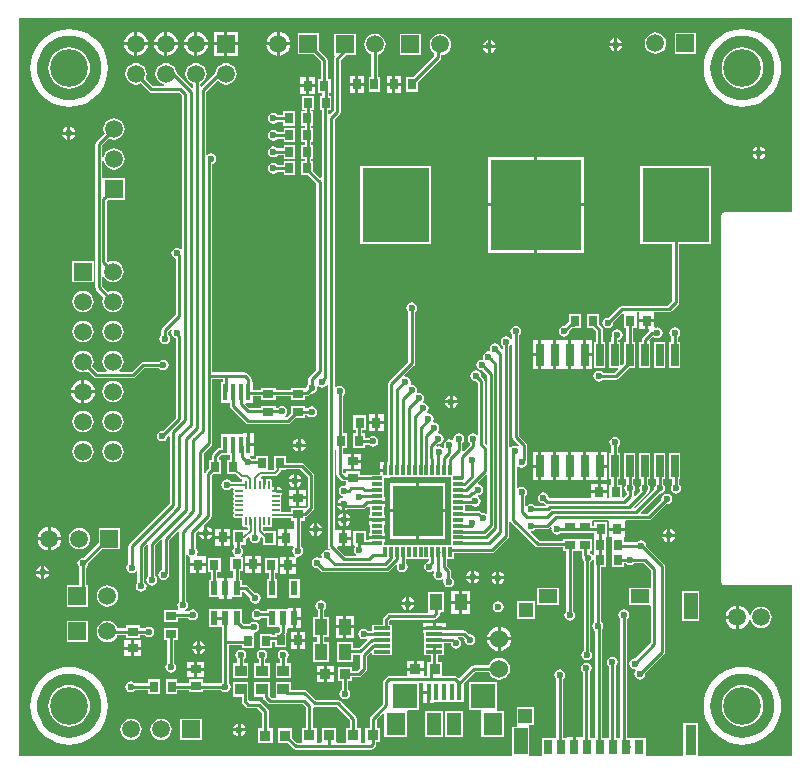
<source format=gtl>
G04*
G04 #@! TF.GenerationSoftware,Altium Limited,Altium Designer,19.0.14 (431)*
G04*
G04 Layer_Physical_Order=1*
G04 Layer_Color=255*
%FSLAX25Y25*%
%MOIN*%
G70*
G01*
G75*
%ADD10C,0.01000*%
%ADD12C,0.00787*%
%ADD53R,0.03543X0.02756*%
%ADD54R,0.03150X0.03543*%
%ADD55R,0.01772X0.05610*%
%ADD56R,0.02756X0.03543*%
%ADD57R,0.29921X0.29921*%
%ADD58R,0.22441X0.25000*%
%ADD59R,0.02559X0.07579*%
%ADD60R,0.03543X0.03150*%
%ADD61R,0.16535X0.16535*%
%ADD62R,0.03543X0.01181*%
%ADD63R,0.01181X0.03543*%
G04:AMPARAMS|DCode=64|XSize=25.2mil|YSize=8.66mil|CornerRadius=1.08mil|HoleSize=0mil|Usage=FLASHONLY|Rotation=0.000|XOffset=0mil|YOffset=0mil|HoleType=Round|Shape=RoundedRectangle|*
%AMROUNDEDRECTD64*
21,1,0.02520,0.00650,0,0,0.0*
21,1,0.02303,0.00866,0,0,0.0*
1,1,0.00217,0.01152,-0.00325*
1,1,0.00217,-0.01152,-0.00325*
1,1,0.00217,-0.01152,0.00325*
1,1,0.00217,0.01152,0.00325*
%
%ADD64ROUNDEDRECTD64*%
G04:AMPARAMS|DCode=65|XSize=25.2mil|YSize=8.66mil|CornerRadius=1.08mil|HoleSize=0mil|Usage=FLASHONLY|Rotation=90.000|XOffset=0mil|YOffset=0mil|HoleType=Round|Shape=RoundedRectangle|*
%AMROUNDEDRECTD65*
21,1,0.02520,0.00650,0,0,90.0*
21,1,0.02303,0.00866,0,0,90.0*
1,1,0.00217,0.00325,0.01152*
1,1,0.00217,0.00325,-0.01152*
1,1,0.00217,-0.00325,-0.01152*
1,1,0.00217,-0.00325,0.01152*
%
%ADD65ROUNDEDRECTD65*%
%ADD66R,0.03150X0.04882*%
%ADD67R,0.03740X0.09843*%
%ADD68R,0.04528X0.08661*%
%ADD69R,0.04567X0.04921*%
%ADD70R,0.04567X0.04724*%
%ADD71R,0.05906X0.04528*%
%ADD72R,0.02362X0.04921*%
%ADD73R,0.02362X0.04724*%
%ADD74R,0.04134X0.05512*%
%ADD75R,0.03740X0.03543*%
%ADD76R,0.03937X0.03740*%
%ADD77R,0.05512X0.01181*%
%ADD78R,0.01575X0.05315*%
%ADD79R,0.08268X0.07874*%
%ADD80R,0.06299X0.07480*%
%ADD81R,0.04724X0.07480*%
%ADD82R,0.05906X0.05906*%
%ADD83C,0.05906*%
%ADD84C,0.06000*%
%ADD85R,0.05906X0.05906*%
%ADD86C,0.02362*%
%ADD87C,0.12598*%
G36*
X165424Y138036D02*
Y107283D01*
X165424Y107283D01*
X165508Y106858D01*
X165749Y106497D01*
X167814Y104433D01*
X167793Y104352D01*
X167223Y104132D01*
X166931Y104326D01*
X166240Y104464D01*
X165549Y104326D01*
X164998Y103958D01*
X164818Y103998D01*
X164498Y104139D01*
Y137687D01*
X164663Y137797D01*
X164924Y138187D01*
X165424Y138036D01*
D02*
G37*
G36*
X258731Y182214D02*
X236221D01*
X235795Y182130D01*
X235434Y181889D01*
X235193Y181528D01*
X235109Y181102D01*
Y59055D01*
X235193Y58630D01*
X235434Y58269D01*
X235795Y58028D01*
X236221Y57943D01*
X258731D01*
Y1112D01*
X227343D01*
Y11929D01*
X222421D01*
Y1112D01*
X209941D01*
Y6968D01*
X205610D01*
Y6968D01*
X205610D01*
Y6968D01*
X203671D01*
Y46644D01*
X203836Y46754D01*
X204228Y47340D01*
X204365Y48031D01*
X204228Y48723D01*
X203836Y49309D01*
X203250Y49700D01*
X202559Y49838D01*
X201868Y49700D01*
X201282Y49309D01*
X200890Y48723D01*
X200753Y48031D01*
X200890Y47340D01*
X201282Y46754D01*
X201447Y46644D01*
Y6968D01*
X199931D01*
Y30896D01*
X200096Y31006D01*
X200488Y31592D01*
X200625Y32283D01*
X200488Y32975D01*
X200096Y33561D01*
X199510Y33952D01*
X198819Y34090D01*
X198128Y33952D01*
X197542Y33561D01*
X197150Y32975D01*
X197012Y32283D01*
X197150Y31592D01*
X197542Y31006D01*
X197707Y30896D01*
Y7322D01*
X197353Y6968D01*
X196949Y6968D01*
Y6968D01*
X196949D01*
Y6968D01*
X195305D01*
Y43209D01*
X195566Y43600D01*
X195704Y44291D01*
X195566Y44983D01*
X195175Y45569D01*
X195010Y45679D01*
Y63976D01*
X196614D01*
Y68701D01*
X196614D01*
X196614Y69095D01*
X196614D01*
Y73819D01*
X196871Y74213D01*
X197008D01*
Y78937D01*
X192677D01*
Y77687D01*
X192087D01*
Y79049D01*
X192087Y79134D01*
X192290Y79549D01*
X197364D01*
X197780Y79346D01*
X197780Y79049D01*
Y77075D01*
X200354D01*
X202929D01*
Y79049D01*
X202929Y79346D01*
X203345Y79549D01*
X210971D01*
X210971Y79549D01*
X211397Y79634D01*
X211757Y79875D01*
X216734Y84852D01*
X216929Y84813D01*
X217620Y84951D01*
X218206Y85342D01*
X218598Y85928D01*
X218736Y86619D01*
X218598Y87311D01*
X218206Y87897D01*
X217620Y88288D01*
X216929Y88426D01*
X216238Y88288D01*
X215652Y87897D01*
X215260Y87311D01*
X215123Y86619D01*
X215162Y86424D01*
X210510Y81773D01*
X208448D01*
X208257Y82235D01*
X214411Y88390D01*
X214606Y88351D01*
X215298Y88489D01*
X215884Y88880D01*
X216275Y89466D01*
X216413Y90158D01*
X216275Y90849D01*
X215884Y91435D01*
X215718Y91545D01*
Y93211D01*
X216476D01*
Y101971D01*
X212736D01*
Y93211D01*
X213494D01*
Y91545D01*
X213329Y91435D01*
X212937Y90849D01*
X212800Y90158D01*
X212839Y89962D01*
X206426Y83549D01*
X206231Y83578D01*
X206056Y84109D01*
X210530Y88584D01*
X210603Y88693D01*
X210884Y88880D01*
X211275Y89466D01*
X211413Y90158D01*
X211275Y90849D01*
X210884Y91435D01*
X210718Y91545D01*
Y93211D01*
X211476D01*
Y101971D01*
X207736D01*
Y93211D01*
X208494D01*
Y91545D01*
X208329Y91435D01*
X207937Y90849D01*
X207800Y90158D01*
X207937Y89466D01*
X208070Y89268D01*
X206324Y87523D01*
X205923Y87703D01*
X205856Y87762D01*
Y88862D01*
X205884Y88880D01*
X206275Y89466D01*
X206413Y90158D01*
X206275Y90849D01*
X205884Y91435D01*
X205718Y91545D01*
Y93211D01*
X206476D01*
Y101971D01*
X202736D01*
Y93211D01*
X203494D01*
Y91545D01*
X203329Y91435D01*
X202937Y90849D01*
X202800Y90158D01*
X202937Y89466D01*
X203329Y88880D01*
X203632Y88678D01*
Y88193D01*
X202527Y87088D01*
X202028Y87295D01*
Y91339D01*
X200718D01*
Y93211D01*
X201476D01*
Y101971D01*
X200718D01*
Y104124D01*
X200884Y104235D01*
X201275Y104821D01*
X201413Y105512D01*
X201275Y106203D01*
X200884Y106789D01*
X200298Y107181D01*
X199606Y107318D01*
X198915Y107181D01*
X198329Y106789D01*
X197937Y106203D01*
X197800Y105512D01*
X197937Y104821D01*
X198329Y104235D01*
X198494Y104124D01*
Y101971D01*
X197736D01*
Y93211D01*
X198494D01*
Y91339D01*
X197697D01*
Y86840D01*
X196925D01*
Y88476D01*
X194350D01*
X191776D01*
Y86840D01*
X177731D01*
X177594Y87008D01*
X177456Y87699D01*
X177065Y88285D01*
X176479Y88677D01*
X175787Y88814D01*
X175096Y88677D01*
X174510Y88285D01*
X174118Y87699D01*
X173981Y87008D01*
X174118Y86317D01*
X174510Y85731D01*
X175096Y85339D01*
X175787Y85202D01*
X175982Y85240D01*
X176281Y84942D01*
X176281Y84942D01*
X176533Y84773D01*
X176424Y84273D01*
X172951D01*
X172840Y84439D01*
X172254Y84830D01*
X171563Y84968D01*
X170872Y84830D01*
X170286Y84439D01*
X170116Y84184D01*
X169616Y84336D01*
Y87582D01*
X169781Y87692D01*
X170173Y88278D01*
X170310Y88969D01*
X170173Y89661D01*
X169781Y90247D01*
X169195Y90638D01*
X168504Y90776D01*
X167813Y90638D01*
X167435Y90386D01*
X166935Y90641D01*
Y97147D01*
X167435Y97403D01*
X167813Y97150D01*
X168504Y97013D01*
X169195Y97150D01*
X169781Y97542D01*
X170173Y98128D01*
X170310Y98819D01*
X170239Y99177D01*
X170305Y99508D01*
Y104626D01*
X170220Y105052D01*
X169979Y105412D01*
X169979Y105412D01*
X167647Y107744D01*
Y141132D01*
X167813Y141242D01*
X168204Y141828D01*
X168342Y142520D01*
X168204Y143211D01*
X167813Y143797D01*
X167227Y144189D01*
X166535Y144326D01*
X165844Y144189D01*
X165258Y143797D01*
X164867Y143211D01*
X164729Y142520D01*
X164867Y141828D01*
X165258Y141242D01*
X165424Y141132D01*
Y140114D01*
X164924Y139962D01*
X164663Y140352D01*
X164077Y140744D01*
X163386Y140881D01*
X162695Y140744D01*
X162109Y140352D01*
X161717Y139766D01*
X161580Y139075D01*
X161717Y138383D01*
X162109Y137797D01*
X162274Y137687D01*
Y136691D01*
X161774Y136470D01*
X161544Y136678D01*
X161550Y136713D01*
X161413Y137404D01*
X161021Y137990D01*
X160435Y138382D01*
X159744Y138519D01*
X159053Y138382D01*
X158467Y137990D01*
X158075Y137404D01*
X157938Y136713D01*
X158027Y136263D01*
X157655Y135835D01*
X157642Y135829D01*
X157480Y135862D01*
X156789Y135724D01*
X156203Y135332D01*
X155811Y134746D01*
X155674Y134055D01*
X155782Y133509D01*
X155529Y133164D01*
X155403Y133075D01*
X155217Y133112D01*
X154525Y132975D01*
X153939Y132583D01*
X153548Y131997D01*
X153410Y131306D01*
X153548Y130614D01*
X153939Y130028D01*
X154525Y129637D01*
X155217Y129499D01*
X155406Y129537D01*
X157124Y127819D01*
Y104998D01*
X156624Y104791D01*
X156230Y105185D01*
Y125886D01*
X156145Y126311D01*
X155904Y126672D01*
X155904Y126672D01*
X155016Y127561D01*
X155054Y127756D01*
X154917Y128447D01*
X154525Y129033D01*
X153939Y129425D01*
X153248Y129562D01*
X152557Y129425D01*
X151971Y129033D01*
X151579Y128447D01*
X151442Y127756D01*
X151579Y127065D01*
X151971Y126479D01*
X152557Y126087D01*
X153248Y125950D01*
X153443Y125988D01*
X154006Y125425D01*
Y108245D01*
X153506Y108051D01*
X153053Y108354D01*
X152362Y108491D01*
X151671Y108354D01*
X151085Y107962D01*
X150693Y107376D01*
X150556Y106685D01*
X150693Y105994D01*
X151085Y105408D01*
X151250Y105297D01*
Y104752D01*
X149235Y102737D01*
X149136Y102739D01*
X149027Y102773D01*
X148750Y102958D01*
Y105305D01*
X148915Y105416D01*
X149307Y106002D01*
X149444Y106693D01*
X149307Y107384D01*
X148915Y107970D01*
X148329Y108362D01*
X147638Y108499D01*
X146947Y108362D01*
X146361Y107970D01*
X145969Y107384D01*
X145831Y106693D01*
X145862Y106538D01*
X145412Y106238D01*
X145179Y106393D01*
X144488Y106531D01*
X143797Y106393D01*
X143211Y106002D01*
X142819Y105416D01*
X142682Y104724D01*
X142819Y104033D01*
X142827Y104022D01*
X142435Y103728D01*
X141849Y104120D01*
X141157Y104257D01*
X140466Y104120D01*
X140455Y104112D01*
X140136Y104500D01*
X140553Y104918D01*
X140748Y104879D01*
X141439Y105016D01*
X142025Y105408D01*
X142417Y105994D01*
X142554Y106685D01*
X142417Y107376D01*
X142025Y107962D01*
X141439Y108354D01*
X140748Y108491D01*
X140738Y108490D01*
X140543Y108954D01*
X140542Y108960D01*
X140933Y109545D01*
X141070Y110236D01*
X140933Y110927D01*
X140541Y111513D01*
X139955Y111905D01*
X139264Y112043D01*
X139232Y112036D01*
X138931Y112486D01*
X139070Y112695D01*
X139208Y113386D01*
X139070Y114077D01*
X138679Y114663D01*
X138093Y115055D01*
X137402Y115192D01*
X137307Y115173D01*
X137184Y115329D01*
X137059Y115634D01*
X137397Y116139D01*
X137535Y116831D01*
X137397Y117522D01*
X137006Y118108D01*
X136420Y118500D01*
X135913Y118600D01*
X135683Y119047D01*
X135675Y119119D01*
X135921Y119486D01*
X136058Y120177D01*
X135921Y120868D01*
X135529Y121455D01*
X134943Y121846D01*
X134252Y121984D01*
X133987Y121931D01*
X133952Y121948D01*
X133602Y122364D01*
X133696Y122835D01*
X133559Y123526D01*
X133167Y124112D01*
X132581Y124504D01*
X131890Y124641D01*
X131872Y124638D01*
X131527Y125079D01*
X131629Y125591D01*
X131492Y126282D01*
X131100Y126868D01*
X130514Y127259D01*
X129823Y127397D01*
X129640Y127361D01*
X129394Y127821D01*
X132676Y131104D01*
X132676Y131104D01*
X132917Y131464D01*
X133002Y131890D01*
Y149006D01*
X133167Y149116D01*
X133559Y149702D01*
X133696Y150394D01*
X133559Y151085D01*
X133167Y151671D01*
X132581Y152063D01*
X131890Y152200D01*
X131199Y152063D01*
X130613Y151671D01*
X130221Y151085D01*
X130083Y150394D01*
X130221Y149702D01*
X130613Y149116D01*
X130778Y149006D01*
Y132350D01*
X124214Y125786D01*
X123973Y125426D01*
X123888Y125000D01*
X123888Y125000D01*
Y99012D01*
X123531D01*
Y96240D01*
X123031D01*
Y95740D01*
X121441D01*
Y94665D01*
X117913D01*
Y94596D01*
X114567D01*
Y95866D01*
X109843D01*
Y95370D01*
X109343Y95163D01*
X108986Y95520D01*
Y96510D01*
X109433Y96638D01*
X109486Y96638D01*
X111705D01*
Y99213D01*
Y101787D01*
X109486D01*
X109433Y101787D01*
X108986Y101915D01*
Y103740D01*
X110433D01*
Y108465D01*
X108986D01*
Y121052D01*
X109250Y121228D01*
X109641Y121814D01*
X109779Y122505D01*
X109641Y123196D01*
X109250Y123782D01*
X108664Y124174D01*
X107972Y124311D01*
X107281Y124174D01*
X106730Y123806D01*
X106550Y123846D01*
X106230Y123986D01*
X106230Y145275D01*
X106230Y145276D01*
Y213319D01*
X107873Y214962D01*
X108114Y215322D01*
X108198Y215748D01*
X108198Y215748D01*
Y233004D01*
X109840Y234646D01*
X113181D01*
Y241732D01*
X106095D01*
Y234646D01*
X106095D01*
X106230Y234146D01*
X106059Y233890D01*
X105975Y233465D01*
X105975Y233465D01*
Y216209D01*
X104590Y214824D01*
X104090Y215031D01*
Y216347D01*
X105169D01*
Y221071D01*
X104313D01*
Y222047D01*
X104921D01*
Y226772D01*
X103868D01*
Y232992D01*
X103868Y232992D01*
X103783Y233418D01*
X103542Y233778D01*
X100945Y236376D01*
Y241890D01*
X93858D01*
Y234803D01*
X99372D01*
X101644Y232531D01*
Y226772D01*
X100591D01*
Y222047D01*
X102089D01*
Y221071D01*
X101232D01*
Y216347D01*
X101866D01*
Y193863D01*
X101405Y193672D01*
X99016Y196061D01*
Y199213D01*
X98401D01*
Y200000D01*
X99016D01*
Y204724D01*
X98401D01*
Y205512D01*
X99016D01*
Y210236D01*
X98401D01*
Y211122D01*
X98909D01*
Y215846D01*
X98401D01*
Y216347D01*
X99264D01*
Y221071D01*
X95327D01*
Y216347D01*
X96177D01*
Y215846D01*
X94972D01*
Y211122D01*
X96177D01*
Y210236D01*
X95079D01*
Y205512D01*
X96177D01*
Y204724D01*
X95079D01*
Y200000D01*
X96177D01*
Y199213D01*
X95079D01*
Y194488D01*
X97443D01*
X100069Y191862D01*
Y129594D01*
X97737Y127263D01*
X97496Y126902D01*
X97412Y126476D01*
X97412Y126476D01*
Y124911D01*
X97246Y124801D01*
X96855Y124215D01*
X96771Y123792D01*
X96358Y123581D01*
X91634D01*
Y123114D01*
X86842D01*
X86614Y123159D01*
X86516Y123240D01*
Y123622D01*
X81791D01*
Y123114D01*
X78937D01*
Y125589D01*
X78573D01*
Y126673D01*
X78488Y127099D01*
X78247Y127460D01*
X77164Y128542D01*
X76803Y128783D01*
X76378Y128868D01*
X76378Y128868D01*
X65285D01*
Y198258D01*
X65652Y198331D01*
X66238Y198723D01*
X66629Y199309D01*
X66767Y200000D01*
X66629Y200691D01*
X66238Y201277D01*
X65652Y201669D01*
X64961Y201806D01*
X64269Y201669D01*
X63817Y201366D01*
X63317Y201560D01*
Y222374D01*
X66896Y225954D01*
X67395Y225921D01*
X67473Y225819D01*
X68213Y225251D01*
X69075Y224894D01*
X70000Y224773D01*
X70925Y224894D01*
X71787Y225251D01*
X72527Y225819D01*
X73095Y226559D01*
X73452Y227421D01*
X73574Y228346D01*
X73452Y229272D01*
X73095Y230133D01*
X72527Y230874D01*
X71787Y231441D01*
X70925Y231799D01*
X70000Y231920D01*
X69075Y231799D01*
X68213Y231441D01*
X67473Y230874D01*
X66905Y230133D01*
X66548Y229272D01*
X66453Y228553D01*
X66143Y228345D01*
X66143Y228345D01*
X61848Y224051D01*
X61348Y224258D01*
Y225070D01*
X61787Y225251D01*
X62527Y225819D01*
X63095Y226559D01*
X63452Y227421D01*
X63574Y228346D01*
X63452Y229272D01*
X63095Y230133D01*
X62527Y230874D01*
X61787Y231441D01*
X60925Y231799D01*
X60000Y231920D01*
X59075Y231799D01*
X58213Y231441D01*
X57473Y230874D01*
X56905Y230133D01*
X56548Y229272D01*
X56426Y228346D01*
X56548Y227421D01*
X56905Y226559D01*
X57473Y225819D01*
X58213Y225251D01*
X59075Y224894D01*
X59124Y224888D01*
Y223864D01*
X58624Y223657D01*
X53519Y228762D01*
X53452Y229272D01*
X53095Y230133D01*
X52527Y230874D01*
X51787Y231441D01*
X50925Y231799D01*
X50000Y231920D01*
X49075Y231799D01*
X48213Y231441D01*
X47473Y230874D01*
X46905Y230133D01*
X46548Y229272D01*
X46426Y228346D01*
X46548Y227421D01*
X46905Y226559D01*
X47473Y225819D01*
X48213Y225251D01*
X49075Y224894D01*
X49486Y224840D01*
X49453Y224340D01*
X45579D01*
X43172Y226747D01*
X43452Y227421D01*
X43574Y228346D01*
X43452Y229272D01*
X43095Y230133D01*
X42527Y230874D01*
X41787Y231441D01*
X40925Y231799D01*
X40000Y231920D01*
X39075Y231799D01*
X38213Y231441D01*
X37473Y230874D01*
X36905Y230133D01*
X36548Y229272D01*
X36426Y228346D01*
X36548Y227421D01*
X36905Y226559D01*
X37473Y225819D01*
X38213Y225251D01*
X39075Y224894D01*
X40000Y224773D01*
X40925Y224894D01*
X41600Y225174D01*
X44332Y222442D01*
X44693Y222201D01*
X45118Y222116D01*
X45118Y222116D01*
X54264D01*
X55203Y221177D01*
Y170040D01*
X54703Y169860D01*
X54235Y170173D01*
X53543Y170310D01*
X52852Y170173D01*
X52266Y169781D01*
X51875Y169195D01*
X51737Y168504D01*
X51875Y167813D01*
X52266Y167227D01*
X52852Y166835D01*
X53219Y166762D01*
Y148098D01*
X48823Y143702D01*
X48581Y143341D01*
X48497Y142916D01*
X48497Y142916D01*
Y141355D01*
X48331Y141245D01*
X47940Y140659D01*
X47802Y139968D01*
X47940Y139276D01*
X48331Y138690D01*
X48917Y138299D01*
X49609Y138161D01*
X50300Y138299D01*
X50886Y138690D01*
X51278Y139276D01*
X51415Y139968D01*
X51278Y140659D01*
X50886Y141245D01*
X50721Y141355D01*
Y142455D01*
X51657Y143391D01*
X52045Y143072D01*
X51875Y142817D01*
X51737Y142126D01*
X51875Y141435D01*
X52266Y140849D01*
X52852Y140457D01*
X53219Y140384D01*
Y113630D01*
X49014Y109425D01*
X48819Y109464D01*
X48128Y109326D01*
X47542Y108935D01*
X47150Y108349D01*
X47012Y107658D01*
X47150Y106966D01*
X47542Y106380D01*
X48128Y105989D01*
X48819Y105851D01*
X49510Y105989D01*
X50096Y106380D01*
X50488Y106966D01*
X50611Y107587D01*
X50750Y107731D01*
X50766Y107731D01*
X51250Y107452D01*
Y85106D01*
X37796Y71652D01*
X37555Y71292D01*
X37471Y70866D01*
X37471Y70866D01*
Y65167D01*
X37305Y65057D01*
X36914Y64471D01*
X36776Y63779D01*
X36914Y63088D01*
X37305Y62502D01*
X37891Y62111D01*
X38583Y61973D01*
X39274Y62111D01*
X39860Y62502D01*
X39963Y62656D01*
X40463Y62505D01*
Y58763D01*
X40455Y58758D01*
X40063Y58172D01*
X39926Y57480D01*
X40063Y56789D01*
X40455Y56203D01*
X41041Y55812D01*
X41732Y55674D01*
X42423Y55812D01*
X43010Y56203D01*
X43401Y56789D01*
X43539Y57480D01*
X43401Y58172D01*
X43010Y58758D01*
X42687Y58973D01*
Y70642D01*
X43664Y71619D01*
X44164Y71412D01*
Y60969D01*
X43998Y60859D01*
X43607Y60273D01*
X43469Y59581D01*
X43607Y58890D01*
X43998Y58304D01*
X44584Y57912D01*
X45276Y57775D01*
X45967Y57912D01*
X46553Y58304D01*
X46944Y58890D01*
X47082Y59581D01*
X46944Y60273D01*
X46553Y60859D01*
X46387Y60969D01*
Y71201D01*
X48309Y73123D01*
X48809Y72916D01*
Y63143D01*
X48521Y63086D01*
X47935Y62695D01*
X47544Y62109D01*
X47406Y61417D01*
X47544Y60726D01*
X47935Y60140D01*
X48521Y59749D01*
X49213Y59611D01*
X49904Y59749D01*
X50490Y60140D01*
X50881Y60726D01*
X51019Y61417D01*
X50987Y61578D01*
X51033Y61811D01*
Y72945D01*
X53918Y75830D01*
X54198Y75748D01*
X54400Y75604D01*
Y52569D01*
X54234Y52458D01*
X53843Y51872D01*
X53705Y51181D01*
X53843Y50490D01*
X54099Y50106D01*
X53848Y49606D01*
X49409D01*
Y45669D01*
X54134D01*
Y46922D01*
X57473D01*
X57583Y46757D01*
X58169Y46365D01*
X58861Y46227D01*
X59552Y46365D01*
X60138Y46757D01*
X60530Y47343D01*
X60667Y48034D01*
X60530Y48725D01*
X60138Y49311D01*
X59552Y49703D01*
X58861Y49840D01*
X58169Y49703D01*
X57583Y49311D01*
X57473Y49146D01*
X56555D01*
X56403Y49646D01*
X56789Y49904D01*
X57181Y50490D01*
X57318Y51181D01*
X57181Y51872D01*
X56789Y52458D01*
X56624Y52569D01*
Y68011D01*
X56709Y68075D01*
X57388Y67958D01*
X57483Y67817D01*
X58055Y67435D01*
Y65264D01*
X60630D01*
X63205D01*
Y67535D01*
X60447D01*
X60183Y68035D01*
X60429Y68403D01*
X60566Y69095D01*
X60429Y69786D01*
X60037Y70372D01*
X59872Y70482D01*
Y75228D01*
X60707Y76063D01*
X61167Y75817D01*
X61163Y75795D01*
X62787D01*
Y77420D01*
X62766Y77415D01*
X62520Y77876D01*
X64861Y80218D01*
X65102Y80578D01*
X65187Y81004D01*
X65187Y81004D01*
Y94520D01*
X65647Y94980D01*
X68307D01*
Y99705D01*
X67549D01*
Y100547D01*
X68360Y101359D01*
X69398D01*
X69398Y101358D01*
X69505Y101380D01*
X71181D01*
Y99705D01*
X70276D01*
Y94980D01*
X73187D01*
X74684Y93483D01*
X75010Y93266D01*
X75218Y93224D01*
X75451Y92793D01*
X75195Y92342D01*
X71736D01*
X71553Y92616D01*
X70967Y93007D01*
X70276Y93145D01*
X69584Y93007D01*
X68998Y92616D01*
X68607Y92030D01*
X68469Y91339D01*
X68607Y90647D01*
X68998Y90061D01*
X69584Y89670D01*
X70276Y89532D01*
X70967Y89670D01*
X71553Y90061D01*
X71736Y90335D01*
X72348D01*
X72586Y89835D01*
X72556Y89790D01*
X72502Y89518D01*
Y88868D01*
X72556Y88595D01*
X72683Y88406D01*
X72556Y88216D01*
X72502Y87943D01*
Y87293D01*
X72556Y87021D01*
X72683Y86831D01*
X72556Y86641D01*
X72502Y86368D01*
Y85719D01*
X72556Y85446D01*
X72683Y85256D01*
X72556Y85066D01*
X72502Y84793D01*
Y84144D01*
X72556Y83871D01*
X72683Y83681D01*
X72556Y83491D01*
X72502Y83218D01*
Y82569D01*
X72556Y82296D01*
X72683Y82106D01*
X72556Y81916D01*
X72502Y81644D01*
Y80994D01*
X72556Y80721D01*
X72711Y80490D01*
X72942Y80336D01*
X73215Y80282D01*
X75475D01*
Y78022D01*
X75529Y77749D01*
X75683Y77518D01*
X75914Y77363D01*
X76187Y77309D01*
X76837D01*
X77174Y76866D01*
Y76510D01*
X77009Y76345D01*
X76575Y76161D01*
Y76161D01*
X76575Y76161D01*
X72244D01*
Y71437D01*
X72805D01*
Y70561D01*
X72640Y70450D01*
X72249Y69864D01*
X72111Y69173D01*
X72249Y68482D01*
X72640Y67896D01*
X72896Y67724D01*
X72745Y67224D01*
X71358D01*
Y62500D01*
X72404D01*
Y60289D01*
X71957Y60161D01*
Y60161D01*
X70276D01*
Y56799D01*
Y53437D01*
X71957D01*
Y53847D01*
X75287D01*
Y55687D01*
X76106D01*
X78055Y53738D01*
X78017Y53543D01*
X78154Y52852D01*
X78545Y52266D01*
X79132Y51875D01*
X79823Y51737D01*
X80514Y51875D01*
X81100Y52266D01*
X81492Y52852D01*
X81629Y53543D01*
X81492Y54235D01*
X81100Y54821D01*
X80514Y55212D01*
X79823Y55350D01*
X79628Y55311D01*
X77353Y57586D01*
X76992Y57827D01*
X76567Y57911D01*
X76567Y57911D01*
X75287D01*
Y59752D01*
X74628D01*
Y62500D01*
X75689D01*
Y67224D01*
X75090D01*
X74938Y67724D01*
X75195Y67896D01*
X75586Y68482D01*
X75724Y69173D01*
X75586Y69864D01*
X75195Y70450D01*
X75029Y70561D01*
Y71437D01*
X76575D01*
Y73078D01*
X76591Y73089D01*
X77391Y73889D01*
X77855Y73658D01*
X77993Y72966D01*
X78384Y72380D01*
X78970Y71989D01*
X79661Y71851D01*
X80353Y71989D01*
X80939Y72380D01*
X81330Y72966D01*
X81468Y73658D01*
X81460Y73697D01*
X81921Y73944D01*
X82284Y73581D01*
Y71358D01*
X86614D01*
Y76083D01*
X82620D01*
X82330Y76372D01*
Y77181D01*
X82486Y77309D01*
X83136D01*
X83408Y77363D01*
X83598Y77490D01*
X83788Y77363D01*
X84061Y77309D01*
X84711D01*
X84983Y77363D01*
X85214Y77518D01*
X85369Y77749D01*
X85423Y78022D01*
Y80282D01*
X87683D01*
X87853Y80315D01*
X91536D01*
Y79331D01*
X92786D01*
Y76889D01*
X92535Y76492D01*
X92286Y76492D01*
X90461D01*
Y73721D01*
Y70949D01*
X92437Y70949D01*
X92675Y70507D01*
X92620Y70470D01*
X92229Y69884D01*
X92091Y69193D01*
X92229Y68502D01*
X92620Y67916D01*
X92871Y67748D01*
X92720Y67248D01*
X91142D01*
Y64976D01*
X93217D01*
Y67012D01*
X93638Y67438D01*
X93898Y67387D01*
X94589Y67524D01*
X95175Y67916D01*
X95566Y68502D01*
X95704Y69193D01*
X95566Y69884D01*
X95175Y70470D01*
X95010Y70581D01*
Y79331D01*
X96260D01*
Y80076D01*
X96331Y80561D01*
X96756Y80646D01*
X97117Y80887D01*
X99113Y82883D01*
X99113Y82883D01*
X99354Y83244D01*
X99439Y83669D01*
X99439Y83669D01*
Y94533D01*
X99354Y94959D01*
X99113Y95319D01*
X96056Y98377D01*
X95695Y98618D01*
X95269Y98703D01*
X95269Y98703D01*
X89904D01*
Y100886D01*
X85968D01*
Y96343D01*
X85903Y96279D01*
X83999D01*
Y100886D01*
X80062D01*
Y99931D01*
X78596D01*
X78485Y100096D01*
X77925Y100470D01*
X77919Y100507D01*
X78127Y100970D01*
X79347D01*
Y104276D01*
X77461D01*
Y104776D01*
X76961D01*
Y108581D01*
X75575D01*
Y108171D01*
X68307D01*
Y103866D01*
X67900Y103582D01*
X67474Y103498D01*
X67113Y103257D01*
X65651Y101794D01*
X65410Y101433D01*
X65325Y101008D01*
X65325Y101008D01*
Y99705D01*
X64370D01*
Y96848D01*
X63288Y95767D01*
X63047Y95406D01*
X63029Y95314D01*
X62529Y95363D01*
Y101988D01*
X64960Y104419D01*
X64960Y104419D01*
X65201Y104779D01*
X65285Y105205D01*
X65285Y105205D01*
Y126644D01*
X68984D01*
Y125589D01*
X68307D01*
Y118797D01*
X71231D01*
Y117717D01*
X71231Y117717D01*
X71315Y117291D01*
X71556Y116930D01*
X76576Y111911D01*
X76937Y111670D01*
X77362Y111585D01*
X77362Y111585D01*
X90592D01*
X90592Y111585D01*
X91018Y111670D01*
X91379Y111911D01*
X93206Y113738D01*
X96358D01*
Y114595D01*
X97136D01*
X97246Y114429D01*
X97832Y114038D01*
X98524Y113900D01*
X99215Y114038D01*
X99801Y114429D01*
X100192Y115015D01*
X100330Y115707D01*
X100192Y116398D01*
X99801Y116984D01*
X99215Y117376D01*
X98524Y117513D01*
X97832Y117376D01*
X97246Y116984D01*
X97136Y116819D01*
X96358D01*
Y117675D01*
X91634D01*
Y115311D01*
X90190Y113867D01*
X89869Y113908D01*
X89747Y114428D01*
X89958Y114569D01*
X90350Y115155D01*
X90487Y115847D01*
X90350Y116538D01*
X89958Y117124D01*
X89372Y117515D01*
X88681Y117653D01*
X87990Y117515D01*
X87404Y117124D01*
X87293Y116958D01*
X86516D01*
Y117717D01*
X81791D01*
Y116958D01*
X77823D01*
X76484Y118297D01*
X76691Y118797D01*
X78937D01*
Y120890D01*
X81791D01*
Y119685D01*
X86516D01*
Y120408D01*
X86569Y120890D01*
X86569Y120890D01*
X91634D01*
Y119644D01*
X96358D01*
Y120890D01*
X97002D01*
X97002Y120890D01*
X97427Y120975D01*
X97788Y121216D01*
X98329Y121756D01*
X98524Y121717D01*
X99215Y121855D01*
X99801Y122246D01*
X100192Y122832D01*
X100330Y123524D01*
X100236Y123996D01*
X100309Y124061D01*
X100697Y124244D01*
X101179Y123922D01*
X101870Y123784D01*
X102561Y123922D01*
X103147Y124313D01*
X103242Y124454D01*
X103921Y124571D01*
X104006Y124507D01*
X104006Y70866D01*
X104006Y70866D01*
X104091Y70441D01*
X104332Y70080D01*
X104548Y69864D01*
X104235Y69472D01*
X103543Y69609D01*
X102852Y69472D01*
X102266Y69080D01*
X101874Y68494D01*
X101737Y67803D01*
X101855Y67211D01*
X101610Y66968D01*
X101450Y66881D01*
X101085Y67124D01*
X100394Y67262D01*
X99702Y67124D01*
X99116Y66733D01*
X98725Y66146D01*
X98587Y65455D01*
X98725Y64764D01*
X99116Y64178D01*
X99702Y63786D01*
X100394Y63649D01*
X100589Y63688D01*
X101677Y62600D01*
X102038Y62359D01*
X102463Y62274D01*
X123622D01*
X123622Y62274D01*
X124048Y62359D01*
X124408Y62600D01*
X126558Y64749D01*
X127019Y64503D01*
X126934Y64075D01*
X127071Y63384D01*
X127463Y62797D01*
X128049Y62406D01*
X128740Y62268D01*
X129431Y62406D01*
X130017Y62797D01*
X130409Y63384D01*
X130546Y64075D01*
X130409Y64766D01*
X130049Y65305D01*
Y66713D01*
X137668D01*
Y65916D01*
X137627Y65875D01*
X137104Y65771D01*
X136518Y65380D01*
X136126Y64794D01*
X135989Y64102D01*
X136126Y63411D01*
X136518Y62825D01*
X137104Y62433D01*
X137795Y62296D01*
X138487Y62433D01*
X138831Y62664D01*
X139406Y62494D01*
X139407Y62493D01*
X139468Y62297D01*
X139276Y62010D01*
X139138Y61319D01*
X139276Y60628D01*
X139668Y60042D01*
X140254Y59650D01*
X140945Y59513D01*
X141636Y59650D01*
X142095Y59957D01*
X142189Y59910D01*
X142500Y59626D01*
X142387Y59055D01*
X142524Y58364D01*
X142916Y57778D01*
X143502Y57386D01*
X144193Y57249D01*
X144884Y57386D01*
X145470Y57778D01*
X145862Y58364D01*
X145999Y59055D01*
X145862Y59746D01*
X145470Y60332D01*
X145130Y60560D01*
Y62675D01*
X145045Y63101D01*
X144804Y63462D01*
X144804Y63462D01*
X143828Y64437D01*
Y66713D01*
X145866D01*
Y68573D01*
X158661D01*
X158661Y68573D01*
X159087Y68658D01*
X159448Y68899D01*
X164172Y73623D01*
X164172Y73623D01*
X164413Y73984D01*
X164498Y74410D01*
Y78829D01*
X164998Y78981D01*
X165037Y78922D01*
X173072Y70887D01*
X173072Y70887D01*
X173433Y70646D01*
X173858Y70561D01*
X182244D01*
Y69291D01*
X183494D01*
Y49222D01*
X183329Y49112D01*
X182937Y48526D01*
X182800Y47835D01*
X182937Y47143D01*
X183329Y46557D01*
X183915Y46166D01*
X184606Y46028D01*
X185298Y46166D01*
X185884Y46557D01*
X186275Y47143D01*
X186413Y47835D01*
X186275Y48526D01*
X185884Y49112D01*
X185718Y49222D01*
Y69291D01*
X186862D01*
X187362Y69291D01*
X187469Y69291D01*
X188612D01*
Y67913D01*
X188651Y67721D01*
X188682Y67528D01*
X188693Y67509D01*
X188697Y67488D01*
X188759Y67395D01*
X188706Y67126D01*
X188843Y66435D01*
X189234Y65849D01*
X189242Y65843D01*
Y36133D01*
X188939Y35931D01*
X188548Y35345D01*
X188410Y34654D01*
X188548Y33962D01*
X188939Y33376D01*
X189525Y32985D01*
X190217Y32847D01*
X190908Y32985D01*
X191494Y33376D01*
X191885Y33962D01*
X192023Y34654D01*
X191885Y35345D01*
X191494Y35931D01*
X191466Y35949D01*
Y65633D01*
X191789Y65849D01*
X192181Y66435D01*
X192677Y66368D01*
Y63976D01*
X192786D01*
Y45679D01*
X192620Y45569D01*
X192229Y44983D01*
X192091Y44291D01*
X192229Y43600D01*
X192620Y43014D01*
X193081Y42706D01*
Y7058D01*
X192618Y6968D01*
Y6968D01*
X191269D01*
Y28829D01*
X191435Y28939D01*
X191826Y29525D01*
X191964Y30217D01*
X191826Y30908D01*
X191435Y31494D01*
X190849Y31885D01*
X190157Y32023D01*
X189466Y31885D01*
X188880Y31494D01*
X188489Y30908D01*
X188351Y30217D01*
X188489Y29525D01*
X188880Y28939D01*
X189046Y28829D01*
Y7734D01*
X188697Y7378D01*
X186622D01*
Y3937D01*
X185622D01*
Y7378D01*
X183547D01*
Y6968D01*
X182313D01*
Y26663D01*
X182478Y26774D01*
X182870Y27360D01*
X183007Y28051D01*
X182870Y28742D01*
X182478Y29329D01*
X181892Y29720D01*
X181201Y29858D01*
X180509Y29720D01*
X179923Y29329D01*
X179532Y28742D01*
X179394Y28051D01*
X179532Y27360D01*
X179923Y26774D01*
X180089Y26663D01*
Y7058D01*
X179626Y6968D01*
Y6968D01*
X175295D01*
Y1112D01*
X171083D01*
Y10740D01*
X171083Y10748D01*
X171102Y11240D01*
X172677D01*
Y17343D01*
X166929D01*
Y11248D01*
X166929Y11240D01*
X166910Y10748D01*
X165374D01*
Y1112D01*
X1112D01*
Y246920D01*
X258731D01*
Y182214D01*
D02*
G37*
G36*
X157124Y94608D02*
Y81922D01*
X156624Y81702D01*
X156203Y81984D01*
X155512Y82121D01*
X155317Y82082D01*
X154940Y82459D01*
X154579Y82701D01*
X154154Y82785D01*
X154154Y82785D01*
X149803D01*
Y84589D01*
X151846D01*
X151872Y84549D01*
X152458Y84158D01*
X153150Y84020D01*
X153841Y84158D01*
X154427Y84549D01*
X154818Y85136D01*
X154956Y85827D01*
X154818Y86518D01*
X154427Y87104D01*
X153841Y87496D01*
X153937Y87957D01*
X154628Y88095D01*
X155214Y88486D01*
X155606Y89073D01*
X155743Y89764D01*
X155606Y90455D01*
X155214Y91041D01*
X154628Y91433D01*
X154061Y91545D01*
X153888Y91898D01*
X153864Y92056D01*
X156624Y94816D01*
X157124Y94608D01*
D02*
G37*
G36*
X97215Y94073D02*
Y84130D01*
X96604Y83519D01*
X96260Y83661D01*
Y83661D01*
X91536D01*
Y82322D01*
X88598D01*
X88396Y82569D01*
Y83218D01*
X88341Y83491D01*
X88214Y83681D01*
X88341Y83871D01*
X88396Y84144D01*
Y84793D01*
X88341Y85066D01*
X88214Y85256D01*
X88341Y85446D01*
X88396Y85719D01*
Y86368D01*
X88341Y86641D01*
X88214Y86831D01*
X88341Y87021D01*
X88396Y87293D01*
Y87943D01*
X88384Y88003D01*
X88482Y88069D01*
X88727Y88436D01*
X88778Y88693D01*
X86532D01*
Y89193D01*
X86032D01*
Y90648D01*
X85423D01*
Y92490D01*
X85369Y92763D01*
X85214Y92994D01*
X84983Y93148D01*
X84711Y93203D01*
X84061D01*
X84001Y93191D01*
X83935Y93289D01*
X83568Y93534D01*
X83311Y93585D01*
Y91339D01*
X82311D01*
Y93585D01*
X82054Y93534D01*
X81920Y93445D01*
X81757Y93481D01*
X81597Y94028D01*
X81841Y94272D01*
X86319D01*
X86703Y94349D01*
X87028Y94566D01*
X88210Y95747D01*
X88427Y96073D01*
X88445Y96161D01*
X89904D01*
Y96479D01*
X94809D01*
X97215Y94073D01*
D02*
G37*
G36*
X178569Y77077D02*
X178469Y76575D01*
X178607Y75884D01*
X178998Y75297D01*
X179584Y74906D01*
X180276Y74768D01*
X180967Y74906D01*
X181553Y75297D01*
X181663Y75463D01*
X182244D01*
Y75197D01*
X186969D01*
Y75197D01*
X187362Y75197D01*
Y75197D01*
X192087D01*
Y75463D01*
X192677D01*
Y74213D01*
X192677D01*
X192677Y73819D01*
X192677D01*
Y69095D01*
X192677D01*
X192677Y68701D01*
X192677D01*
Y67884D01*
X192181Y67817D01*
X191789Y68403D01*
X191203Y68795D01*
X191270Y69291D01*
X192087D01*
Y73228D01*
X187469D01*
X186969Y73228D01*
X186862Y73228D01*
X182244D01*
Y72785D01*
X174319D01*
X171636Y75468D01*
X171809Y76002D01*
X172255Y76091D01*
X172841Y76482D01*
X172951Y76648D01*
X176972D01*
X176972Y76648D01*
X177398Y76732D01*
X177759Y76973D01*
X178108Y77323D01*
X178569Y77077D01*
D02*
G37*
G36*
X106762Y103131D02*
Y95059D01*
X106762Y95059D01*
X106847Y94634D01*
X107088Y94273D01*
X108446Y92915D01*
X108446Y92914D01*
X108807Y92673D01*
X109232Y92589D01*
X109843D01*
Y91588D01*
X109642Y91118D01*
X109350Y91176D01*
X108659Y91039D01*
X108073Y90647D01*
X107682Y90061D01*
X107544Y89370D01*
X107682Y88679D01*
X108073Y88093D01*
X108659Y87701D01*
X109022Y87629D01*
X109023Y87119D01*
X108401Y86996D01*
X107679Y86513D01*
X107197Y85792D01*
X107128Y85441D01*
X109252D01*
Y84941D01*
X109752D01*
Y82817D01*
X110103Y82886D01*
X110483Y83140D01*
X115650D01*
X115650Y83140D01*
X116075Y83225D01*
X116436Y83466D01*
X117004Y84034D01*
X117504Y84020D01*
X117913Y83801D01*
Y81295D01*
X117504D01*
Y80205D01*
X120276D01*
X123047D01*
Y81295D01*
X122638D01*
Y82461D01*
Y84020D01*
X123047D01*
Y85110D01*
X120276D01*
Y86110D01*
X123047D01*
Y87201D01*
X122638D01*
Y88366D01*
Y90335D01*
Y92303D01*
Y93468D01*
X124622D01*
Y93878D01*
X145079D01*
Y92303D01*
Y90335D01*
Y88366D01*
Y86398D01*
Y84429D01*
Y82461D01*
Y80492D01*
Y78524D01*
Y76555D01*
Y74587D01*
Y72618D01*
Y71437D01*
X122638D01*
Y72209D01*
X123047D01*
Y73299D01*
X120276D01*
X117504D01*
Y72943D01*
X116732D01*
Y75984D01*
X112402D01*
Y71260D01*
X112707D01*
X112958Y70760D01*
X112701Y70376D01*
X112564Y69685D01*
X112701Y68994D01*
X113093Y68408D01*
X113347Y68238D01*
X113195Y67738D01*
X109819D01*
X107168Y70389D01*
X107360Y70850D01*
X108555D01*
Y73622D01*
Y76394D01*
X106480D01*
X106230Y76790D01*
X106230Y102835D01*
X106730Y103147D01*
X106762Y103131D01*
D02*
G37*
%LPC*%
G36*
X87902Y242267D02*
Y238846D01*
X91323D01*
X91253Y239378D01*
X90854Y240340D01*
X90221Y241166D01*
X89395Y241799D01*
X88433Y242197D01*
X87902Y242267D01*
D02*
G37*
G36*
X73953Y242299D02*
X70500D01*
Y238846D01*
X73953D01*
Y242299D01*
D02*
G37*
G36*
X50500Y242267D02*
Y238846D01*
X53921D01*
X53851Y239378D01*
X53453Y240340D01*
X52819Y241166D01*
X51993Y241799D01*
X51032Y242197D01*
X50500Y242267D01*
D02*
G37*
G36*
X40500D02*
Y238846D01*
X43921D01*
X43851Y239378D01*
X43453Y240340D01*
X42819Y241166D01*
X41993Y241799D01*
X41032Y242197D01*
X40500Y242267D01*
D02*
G37*
G36*
X60500D02*
Y238846D01*
X63921D01*
X63851Y239378D01*
X63453Y240340D01*
X62819Y241166D01*
X61993Y241799D01*
X61032Y242197D01*
X60500Y242267D01*
D02*
G37*
G36*
X39500Y242267D02*
X38968Y242197D01*
X38007Y241799D01*
X37181Y241166D01*
X36547Y240340D01*
X36149Y239378D01*
X36079Y238846D01*
X39500D01*
Y242267D01*
D02*
G37*
G36*
X59500D02*
X58968Y242197D01*
X58007Y241799D01*
X57181Y241166D01*
X56547Y240340D01*
X56149Y239378D01*
X56079Y238846D01*
X59500D01*
Y242267D01*
D02*
G37*
G36*
X49500D02*
X48968Y242197D01*
X48007Y241799D01*
X47181Y241166D01*
X46547Y240340D01*
X46149Y239378D01*
X46079Y238846D01*
X49500D01*
Y242267D01*
D02*
G37*
G36*
X86902D02*
X86370Y242197D01*
X85408Y241799D01*
X84582Y241166D01*
X83949Y240340D01*
X83551Y239378D01*
X83481Y238846D01*
X86902D01*
Y242267D01*
D02*
G37*
G36*
X69500Y242299D02*
X66047D01*
Y238846D01*
X69500D01*
Y242299D01*
D02*
G37*
G36*
X200402Y240238D02*
Y238614D01*
X202026D01*
X201956Y238965D01*
X201474Y239687D01*
X200753Y240169D01*
X200402Y240238D01*
D02*
G37*
G36*
X199402D02*
X199050Y240169D01*
X198329Y239687D01*
X197847Y238965D01*
X197777Y238614D01*
X199402D01*
Y240238D01*
D02*
G37*
G36*
X158276Y239624D02*
Y238000D01*
X159900D01*
X159830Y238351D01*
X159348Y239072D01*
X158627Y239555D01*
X158276Y239624D01*
D02*
G37*
G36*
X157276D02*
X156925Y239555D01*
X156203Y239072D01*
X155721Y238351D01*
X155651Y238000D01*
X157276D01*
Y239624D01*
D02*
G37*
G36*
X202026Y237614D02*
X200402D01*
Y235990D01*
X200753Y236060D01*
X201474Y236542D01*
X201956Y237263D01*
X202026Y237614D01*
D02*
G37*
G36*
X199402D02*
X197777D01*
X197847Y237263D01*
X198329Y236542D01*
X199050Y236060D01*
X199402Y235990D01*
Y237614D01*
D02*
G37*
G36*
X159900Y237000D02*
X158276D01*
Y235376D01*
X158627Y235445D01*
X159348Y235928D01*
X159830Y236649D01*
X159900Y237000D01*
D02*
G37*
G36*
X157276D02*
X155651D01*
X155721Y236649D01*
X156203Y235928D01*
X156925Y235445D01*
X157276Y235376D01*
Y237000D01*
D02*
G37*
G36*
X226673Y242126D02*
X219587D01*
Y235039D01*
X226673D01*
Y242126D01*
D02*
G37*
G36*
X213130Y242157D02*
X212205Y242035D01*
X211343Y241678D01*
X210603Y241110D01*
X210035Y240370D01*
X209678Y239508D01*
X209556Y238583D01*
X209678Y237658D01*
X210035Y236796D01*
X210603Y236056D01*
X211343Y235488D01*
X212205Y235131D01*
X213130Y235009D01*
X214055Y235131D01*
X214917Y235488D01*
X215657Y236056D01*
X216225Y236796D01*
X216582Y237658D01*
X216704Y238583D01*
X216582Y239508D01*
X216225Y240370D01*
X215657Y241110D01*
X214917Y241678D01*
X214055Y242035D01*
X213130Y242157D01*
D02*
G37*
G36*
X135039Y241732D02*
X127953D01*
Y234646D01*
X135039D01*
Y241732D01*
D02*
G37*
G36*
X59500Y237846D02*
X56079D01*
X56149Y237315D01*
X56547Y236353D01*
X57181Y235527D01*
X58007Y234894D01*
X58968Y234495D01*
X59500Y234425D01*
Y237846D01*
D02*
G37*
G36*
X49500D02*
X46079D01*
X46149Y237315D01*
X46547Y236353D01*
X47181Y235527D01*
X48007Y234894D01*
X48968Y234495D01*
X49500Y234425D01*
Y237846D01*
D02*
G37*
G36*
X39500D02*
X36079D01*
X36149Y237315D01*
X36547Y236353D01*
X37181Y235527D01*
X38007Y234894D01*
X38968Y234495D01*
X39500Y234425D01*
Y237846D01*
D02*
G37*
G36*
X91323D02*
X87902D01*
Y234425D01*
X88433Y234495D01*
X89395Y234894D01*
X90221Y235527D01*
X90854Y236353D01*
X91253Y237315D01*
X91323Y237846D01*
D02*
G37*
G36*
X86902D02*
X83481D01*
X83551Y237315D01*
X83949Y236353D01*
X84582Y235527D01*
X85408Y234894D01*
X86370Y234495D01*
X86902Y234425D01*
Y237846D01*
D02*
G37*
G36*
X63921D02*
X60500D01*
Y234425D01*
X61032Y234495D01*
X61993Y234894D01*
X62819Y235527D01*
X63453Y236353D01*
X63851Y237315D01*
X63921Y237846D01*
D02*
G37*
G36*
X53921D02*
X50500D01*
Y234425D01*
X51032Y234495D01*
X51993Y234894D01*
X52819Y235527D01*
X53453Y236353D01*
X53851Y237315D01*
X53921Y237846D01*
D02*
G37*
G36*
X43921D02*
X40500D01*
Y234425D01*
X41032Y234495D01*
X41993Y234894D01*
X42819Y235527D01*
X43453Y236353D01*
X43851Y237315D01*
X43921Y237846D01*
D02*
G37*
G36*
X73953D02*
X70500D01*
Y234394D01*
X73953D01*
Y237846D01*
D02*
G37*
G36*
X69500D02*
X66047D01*
Y234394D01*
X69500D01*
Y237846D01*
D02*
G37*
G36*
X128362Y227575D02*
X126484D01*
Y225303D01*
X128362D01*
Y227575D01*
D02*
G37*
G36*
X115961D02*
X114083D01*
Y225303D01*
X115961D01*
Y227575D01*
D02*
G37*
G36*
X125484D02*
X123606D01*
Y225303D01*
X125484D01*
Y227575D01*
D02*
G37*
G36*
X113083D02*
X111205D01*
Y225303D01*
X113083D01*
Y227575D01*
D02*
G37*
G36*
X99819Y227181D02*
X97744D01*
Y224909D01*
X99819D01*
Y227181D01*
D02*
G37*
G36*
X96744D02*
X94669D01*
Y224909D01*
X96744D01*
Y227181D01*
D02*
G37*
G36*
X141496Y241763D02*
X140571Y241641D01*
X139709Y241284D01*
X138969Y240716D01*
X138401Y239976D01*
X138044Y239114D01*
X137922Y238189D01*
X138044Y237264D01*
X138401Y236402D01*
X138969Y235662D01*
X139445Y235296D01*
Y234325D01*
X132286Y227165D01*
X129921D01*
Y222441D01*
X133858D01*
Y225593D01*
X141344Y233078D01*
X141585Y233439D01*
X141669Y233864D01*
Y234638D01*
X142421Y234737D01*
X143283Y235094D01*
X144023Y235662D01*
X144591Y236402D01*
X144948Y237264D01*
X145070Y238189D01*
X144948Y239114D01*
X144591Y239976D01*
X144023Y240716D01*
X143283Y241284D01*
X142421Y241641D01*
X141496Y241763D01*
D02*
G37*
G36*
X119638D02*
X118713Y241641D01*
X117851Y241284D01*
X117111Y240716D01*
X116543Y239976D01*
X116186Y239114D01*
X116064Y238189D01*
X116186Y237264D01*
X116543Y236402D01*
X117111Y235662D01*
X117851Y235094D01*
X118451Y234845D01*
Y227165D01*
X117520D01*
Y222441D01*
X121457D01*
Y227165D01*
X120675D01*
Y234783D01*
X121425Y235094D01*
X122165Y235662D01*
X122733Y236402D01*
X123090Y237264D01*
X123212Y238189D01*
X123090Y239114D01*
X122733Y239976D01*
X122165Y240716D01*
X121425Y241284D01*
X120563Y241641D01*
X119638Y241763D01*
D02*
G37*
G36*
X128362Y224303D02*
X126484D01*
Y222031D01*
X128362D01*
Y224303D01*
D02*
G37*
G36*
X125484D02*
X123606D01*
Y222031D01*
X125484D01*
Y224303D01*
D02*
G37*
G36*
X115961D02*
X114083D01*
Y222031D01*
X115961D01*
Y224303D01*
D02*
G37*
G36*
X113083D02*
X111205D01*
Y222031D01*
X113083D01*
Y224303D01*
D02*
G37*
G36*
X99819Y223909D02*
X97744D01*
Y221638D01*
X99819D01*
Y223909D01*
D02*
G37*
G36*
X96744D02*
X94669D01*
Y221638D01*
X96744D01*
Y223909D01*
D02*
G37*
G36*
X242126Y243256D02*
X240102Y243097D01*
X238127Y242623D01*
X236251Y241846D01*
X234519Y240785D01*
X232975Y239466D01*
X231656Y237922D01*
X230595Y236190D01*
X229818Y234314D01*
X229344Y232339D01*
X229185Y230315D01*
X229344Y228291D01*
X229818Y226316D01*
X230595Y224440D01*
X231656Y222708D01*
X232975Y221164D01*
X234519Y219845D01*
X236251Y218784D01*
X238127Y218007D01*
X240102Y217533D01*
X242126Y217373D01*
X244150Y217533D01*
X246125Y218007D01*
X248001Y218784D01*
X249733Y219845D01*
X251277Y221164D01*
X252596Y222708D01*
X253657Y224440D01*
X254434Y226316D01*
X254908Y228291D01*
X255067Y230315D01*
X254908Y232339D01*
X254434Y234314D01*
X253657Y236190D01*
X252596Y237922D01*
X251277Y239466D01*
X249733Y240785D01*
X248001Y241846D01*
X246125Y242623D01*
X244150Y243097D01*
X242126Y243256D01*
D02*
G37*
G36*
X17717D02*
X15692Y243097D01*
X13717Y242623D01*
X11841Y241846D01*
X10110Y240785D01*
X8566Y239466D01*
X7247Y237922D01*
X6186Y236190D01*
X5409Y234314D01*
X4934Y232339D01*
X4775Y230315D01*
X4934Y228291D01*
X5409Y226316D01*
X6186Y224440D01*
X7247Y222708D01*
X8566Y221164D01*
X10110Y219845D01*
X11841Y218784D01*
X13717Y218007D01*
X15692Y217533D01*
X17717Y217373D01*
X19741Y217533D01*
X21716Y218007D01*
X23592Y218784D01*
X25323Y219845D01*
X26867Y221164D01*
X28186Y222708D01*
X29247Y224440D01*
X30025Y226316D01*
X30499Y228291D01*
X30658Y230315D01*
X30499Y232339D01*
X30025Y234314D01*
X29247Y236190D01*
X28186Y237922D01*
X26867Y239466D01*
X25323Y240785D01*
X23592Y241846D01*
X21716Y242623D01*
X19741Y243097D01*
X17717Y243256D01*
D02*
G37*
G36*
X93004Y215846D02*
X89067D01*
Y214596D01*
X87215D01*
X87104Y214761D01*
X86518Y215153D01*
X85827Y215291D01*
X85136Y215153D01*
X84549Y214761D01*
X84158Y214176D01*
X84020Y213484D01*
X84158Y212793D01*
X84549Y212207D01*
X85136Y211815D01*
X85827Y211678D01*
X86518Y211815D01*
X87104Y212207D01*
X87215Y212372D01*
X89067D01*
Y211122D01*
X93004D01*
Y215846D01*
D02*
G37*
G36*
X18118Y210687D02*
Y209063D01*
X19742D01*
X19673Y209414D01*
X19191Y210136D01*
X18469Y210617D01*
X18118Y210687D01*
D02*
G37*
G36*
X17118D02*
X16767Y210617D01*
X16046Y210136D01*
X15564Y209414D01*
X15494Y209063D01*
X17118D01*
Y210687D01*
D02*
G37*
G36*
X93110Y210236D02*
X89173D01*
Y208986D01*
X87215D01*
X87104Y209151D01*
X86518Y209543D01*
X85827Y209680D01*
X85136Y209543D01*
X84549Y209151D01*
X84158Y208565D01*
X84020Y207874D01*
X84158Y207183D01*
X84549Y206597D01*
X85136Y206205D01*
X85827Y206068D01*
X86518Y206205D01*
X87104Y206597D01*
X87215Y206762D01*
X89173D01*
Y205512D01*
X93110D01*
Y210236D01*
D02*
G37*
G36*
X19742Y208063D02*
X18118D01*
Y206439D01*
X18469Y206508D01*
X19191Y206991D01*
X19673Y207712D01*
X19742Y208063D01*
D02*
G37*
G36*
X17118D02*
X15494D01*
X15564Y207712D01*
X16046Y206991D01*
X16767Y206508D01*
X17118Y206439D01*
Y208063D01*
D02*
G37*
G36*
X32677Y213574D02*
X31752Y213452D01*
X30890Y213095D01*
X30150Y212527D01*
X29582Y211787D01*
X29225Y210925D01*
X29103Y210000D01*
X29225Y209075D01*
X29505Y208400D01*
X26773Y205668D01*
X26532Y205307D01*
X26447Y204882D01*
X26447Y204882D01*
Y157165D01*
X26447Y157165D01*
X26532Y156740D01*
X26773Y156379D01*
X29154Y153998D01*
X28875Y153323D01*
X28753Y152398D01*
X28875Y151473D01*
X29232Y150611D01*
X29800Y149871D01*
X30540Y149303D01*
X31402Y148945D01*
X32327Y148824D01*
X33252Y148945D01*
X34114Y149303D01*
X34854Y149871D01*
X35422Y150611D01*
X35779Y151473D01*
X35901Y152398D01*
X35779Y153323D01*
X35422Y154185D01*
X34854Y154925D01*
X34114Y155493D01*
X33252Y155850D01*
X32327Y155972D01*
X31402Y155850D01*
X30727Y155570D01*
X28671Y157626D01*
Y160658D01*
X29171Y160757D01*
X29232Y160611D01*
X29800Y159871D01*
X30540Y159303D01*
X31402Y158946D01*
X32327Y158824D01*
X33252Y158946D01*
X34114Y159303D01*
X34854Y159871D01*
X35422Y160611D01*
X35779Y161473D01*
X35901Y162398D01*
X35779Y163323D01*
X35422Y164185D01*
X34854Y164925D01*
X34114Y165493D01*
X33252Y165850D01*
X32327Y165972D01*
X31402Y165850D01*
X30727Y165570D01*
X30261Y166035D01*
Y186012D01*
X30706Y186457D01*
X36220D01*
Y193543D01*
X29134D01*
Y193543D01*
X28671Y193633D01*
Y199453D01*
X29171Y199486D01*
X29225Y199075D01*
X29582Y198213D01*
X30150Y197473D01*
X30890Y196905D01*
X31752Y196548D01*
X32677Y196426D01*
X33602Y196548D01*
X34464Y196905D01*
X35204Y197473D01*
X35772Y198213D01*
X36129Y199075D01*
X36251Y200000D01*
X36129Y200925D01*
X35772Y201787D01*
X35204Y202527D01*
X34464Y203095D01*
X33602Y203452D01*
X32677Y203574D01*
X31752Y203452D01*
X30890Y203095D01*
X30150Y202527D01*
X29582Y201787D01*
X29225Y200925D01*
X29171Y200514D01*
X28671Y200547D01*
Y204421D01*
X31077Y206827D01*
X31752Y206548D01*
X32677Y206426D01*
X33602Y206548D01*
X34464Y206905D01*
X35204Y207473D01*
X35772Y208213D01*
X36129Y209075D01*
X36251Y210000D01*
X36129Y210925D01*
X35772Y211787D01*
X35204Y212527D01*
X34464Y213095D01*
X33602Y213452D01*
X32677Y213574D01*
D02*
G37*
G36*
X93110Y204724D02*
X89173D01*
Y203474D01*
X87215D01*
X87104Y203640D01*
X86518Y204031D01*
X85827Y204169D01*
X85136Y204031D01*
X84549Y203640D01*
X84158Y203053D01*
X84020Y202362D01*
X84158Y201671D01*
X84549Y201085D01*
X85136Y200693D01*
X85827Y200556D01*
X86518Y200693D01*
X87104Y201085D01*
X87215Y201250D01*
X89173D01*
Y200000D01*
X93110D01*
Y204724D01*
D02*
G37*
G36*
X248138Y204093D02*
Y202468D01*
X249762D01*
X249692Y202819D01*
X249210Y203541D01*
X248489Y204023D01*
X248138Y204093D01*
D02*
G37*
G36*
X247138D02*
X246787Y204023D01*
X246065Y203541D01*
X245583Y202819D01*
X245513Y202468D01*
X247138D01*
Y204093D01*
D02*
G37*
G36*
X249762Y201468D02*
X248138D01*
Y199844D01*
X248489Y199914D01*
X249210Y200396D01*
X249692Y201117D01*
X249762Y201468D01*
D02*
G37*
G36*
X247138D02*
X245513D01*
X245583Y201117D01*
X246065Y200396D01*
X246787Y199914D01*
X247138Y199844D01*
Y201468D01*
D02*
G37*
G36*
X93110Y199213D02*
X89173D01*
Y197962D01*
X87215D01*
X87104Y198128D01*
X86518Y198519D01*
X85827Y198657D01*
X85136Y198519D01*
X84549Y198128D01*
X84158Y197542D01*
X84020Y196850D01*
X84158Y196159D01*
X84549Y195573D01*
X85136Y195182D01*
X85827Y195044D01*
X86518Y195182D01*
X87104Y195573D01*
X87215Y195738D01*
X89173D01*
Y194488D01*
X93110D01*
Y199213D01*
D02*
G37*
G36*
X189189Y200606D02*
X173728D01*
Y185146D01*
X189189D01*
Y200606D01*
D02*
G37*
G36*
X172728D02*
X157268D01*
Y185146D01*
X172728D01*
Y200606D01*
D02*
G37*
G36*
X138386Y197736D02*
X114764D01*
Y171555D01*
X138386D01*
Y197736D01*
D02*
G37*
G36*
X189189Y184146D02*
X173728D01*
Y168685D01*
X189189D01*
Y184146D01*
D02*
G37*
G36*
X172728D02*
X157268D01*
Y168685D01*
X172728D01*
Y184146D01*
D02*
G37*
G36*
X25870Y165941D02*
X18783D01*
Y158854D01*
X25870D01*
Y165941D01*
D02*
G37*
G36*
X231693Y197736D02*
X208071D01*
Y171555D01*
X218770D01*
Y152626D01*
X217256Y151112D01*
X201969D01*
X201543Y151027D01*
X201182Y150786D01*
X201182Y150786D01*
X197439Y147043D01*
X197244Y147082D01*
X196553Y146944D01*
X195967Y146553D01*
X195575Y145967D01*
X195438Y145276D01*
X195575Y144584D01*
X195967Y143998D01*
X196553Y143607D01*
X197244Y143469D01*
X197935Y143607D01*
X198521Y143998D01*
X198913Y144584D01*
X199050Y145276D01*
X199012Y145471D01*
X202125Y148584D01*
X202559Y148311D01*
Y143701D01*
X203475D01*
X203494Y143602D01*
Y139073D01*
X202736D01*
Y131886D01*
X201938Y131088D01*
X201476Y131279D01*
Y139073D01*
X200718D01*
Y139597D01*
X201085Y139670D01*
X201671Y140061D01*
X202063Y140647D01*
X202200Y141339D01*
X202063Y142030D01*
X201671Y142616D01*
X201085Y143007D01*
X200394Y143145D01*
X199702Y143007D01*
X199116Y142616D01*
X198725Y142030D01*
X198587Y141339D01*
X198641Y141069D01*
X198579Y140977D01*
X198494Y140551D01*
X198494Y140551D01*
Y139073D01*
X197736D01*
Y130313D01*
X200510D01*
X200702Y129851D01*
X199522Y128671D01*
X195640D01*
X195529Y128836D01*
X194943Y129228D01*
X194252Y129365D01*
X193561Y129228D01*
X192975Y128836D01*
X192583Y128250D01*
X192446Y127559D01*
X192583Y126868D01*
X192975Y126282D01*
X193561Y125890D01*
X194252Y125753D01*
X194943Y125890D01*
X195529Y126282D01*
X195640Y126447D01*
X199982D01*
X199982Y126447D01*
X200408Y126532D01*
X200768Y126773D01*
X204309Y130313D01*
X206476D01*
Y139073D01*
X205718D01*
Y143681D01*
X205734Y143701D01*
X206890D01*
Y148388D01*
X206890Y148425D01*
X206979Y148888D01*
X207184D01*
X207661Y148835D01*
X207661Y148388D01*
Y146563D01*
X210236D01*
X212811D01*
X212811Y148835D01*
X213289Y148888D01*
X217717D01*
X217717Y148888D01*
X218142Y148973D01*
X218503Y149214D01*
X220668Y151379D01*
X220668Y151379D01*
X220909Y151740D01*
X220994Y152165D01*
X220994Y152165D01*
Y171555D01*
X231693D01*
Y197736D01*
D02*
G37*
G36*
X22327Y155972D02*
X21402Y155850D01*
X20540Y155493D01*
X19800Y154925D01*
X19232Y154185D01*
X18875Y153323D01*
X18753Y152398D01*
X18875Y151473D01*
X19232Y150611D01*
X19800Y149871D01*
X20540Y149303D01*
X21402Y148945D01*
X22327Y148824D01*
X23252Y148945D01*
X24114Y149303D01*
X24854Y149871D01*
X25422Y150611D01*
X25779Y151473D01*
X25901Y152398D01*
X25779Y153323D01*
X25422Y154185D01*
X24854Y154925D01*
X24114Y155493D01*
X23252Y155850D01*
X22327Y155972D01*
D02*
G37*
G36*
X188386Y148425D02*
X184449D01*
Y145769D01*
X184163Y145578D01*
X184163Y145578D01*
X182872Y144287D01*
X182677Y144326D01*
X181986Y144188D01*
X181400Y143797D01*
X181008Y143211D01*
X180871Y142520D01*
X181008Y141828D01*
X181400Y141242D01*
X181986Y140851D01*
X182677Y140713D01*
X183368Y140851D01*
X183955Y141242D01*
X184346Y141828D01*
X184484Y142520D01*
X184445Y142715D01*
X185409Y143679D01*
X185539D01*
X185539Y143679D01*
X185647Y143701D01*
X188386D01*
Y148425D01*
D02*
G37*
G36*
X209736Y145563D02*
X207661D01*
Y143291D01*
X209736D01*
Y145563D01*
D02*
G37*
G36*
X212811D02*
X210736D01*
Y143291D01*
X211017D01*
X211155Y143043D01*
X211199Y142791D01*
X208958Y140550D01*
X208717Y140189D01*
X208632Y139764D01*
X208632Y139764D01*
Y139073D01*
X207736D01*
Y130313D01*
X211476D01*
Y139073D01*
X211333D01*
X211126Y139573D01*
X212351Y140799D01*
X212443Y140790D01*
X213029Y140398D01*
X213720Y140261D01*
X214412Y140398D01*
X214998Y140790D01*
X215389Y141376D01*
X215527Y142067D01*
X215389Y142758D01*
X214998Y143344D01*
X214412Y143736D01*
X213720Y143873D01*
X213311Y143792D01*
X212811Y144146D01*
Y145563D01*
D02*
G37*
G36*
X187327Y139482D02*
X186886D01*
X186827Y139482D01*
X185106D01*
Y134693D01*
Y129903D01*
X186827D01*
X186886Y129903D01*
X187327D01*
X187386Y129903D01*
X189106D01*
Y134693D01*
Y139482D01*
X187386D01*
X187327Y139482D01*
D02*
G37*
G36*
X182327D02*
X181886D01*
X181827Y139482D01*
X180106D01*
Y134693D01*
Y129903D01*
X181827D01*
X181886Y129903D01*
X182327D01*
X182386Y129903D01*
X184106D01*
Y134693D01*
Y139482D01*
X182386D01*
X182327Y139482D01*
D02*
G37*
G36*
X32327Y145972D02*
X31402Y145850D01*
X30540Y145493D01*
X29800Y144925D01*
X29232Y144185D01*
X28875Y143323D01*
X28753Y142398D01*
X28875Y141473D01*
X29232Y140611D01*
X29800Y139871D01*
X30540Y139303D01*
X31402Y138945D01*
X32327Y138824D01*
X33252Y138945D01*
X34114Y139303D01*
X34854Y139871D01*
X35422Y140611D01*
X35779Y141473D01*
X35901Y142398D01*
X35779Y143323D01*
X35422Y144185D01*
X34854Y144925D01*
X34114Y145493D01*
X33252Y145850D01*
X32327Y145972D01*
D02*
G37*
G36*
X22327D02*
X21402Y145850D01*
X20540Y145493D01*
X19800Y144925D01*
X19232Y144185D01*
X18875Y143323D01*
X18753Y142398D01*
X18875Y141473D01*
X19232Y140611D01*
X19800Y139871D01*
X20540Y139303D01*
X21402Y138945D01*
X22327Y138824D01*
X23252Y138945D01*
X24114Y139303D01*
X24854Y139871D01*
X25422Y140611D01*
X25779Y141473D01*
X25901Y142398D01*
X25779Y143323D01*
X25422Y144185D01*
X24854Y144925D01*
X24114Y145493D01*
X23252Y145850D01*
X22327Y145972D01*
D02*
G37*
G36*
X190106Y139482D02*
Y135193D01*
X191886D01*
Y139482D01*
X190106D01*
D02*
G37*
G36*
X174106D02*
X172327D01*
Y135193D01*
X174106D01*
Y139482D01*
D02*
G37*
G36*
X219577Y143903D02*
X218885Y143765D01*
X218300Y143374D01*
X217908Y142788D01*
X217770Y142096D01*
X217908Y141405D01*
X218300Y140819D01*
X218494Y140689D01*
Y139073D01*
X217736D01*
Y130313D01*
X221476D01*
Y139073D01*
X220718D01*
Y140728D01*
X220854Y140819D01*
X221246Y141405D01*
X221383Y142096D01*
X221246Y142788D01*
X220854Y143374D01*
X220268Y143765D01*
X219577Y143903D01*
D02*
G37*
G36*
X216476Y139073D02*
X212736D01*
Y130313D01*
X216476D01*
Y139073D01*
D02*
G37*
G36*
X194291Y148425D02*
X190354D01*
Y143701D01*
X192325D01*
X193376Y142650D01*
Y139073D01*
X192736D01*
Y130313D01*
X196476D01*
Y139073D01*
X195600D01*
Y143110D01*
X195600Y143110D01*
X195516Y143536D01*
X195274Y143896D01*
X195274Y143896D01*
X194291Y144880D01*
Y148425D01*
D02*
G37*
G36*
X191886Y134193D02*
X190106D01*
Y129903D01*
X191886D01*
Y134193D01*
D02*
G37*
G36*
X177327Y139482D02*
X176886D01*
X176827Y139482D01*
X175106D01*
Y134693D01*
Y129903D01*
X176827D01*
X176886Y129903D01*
X177327D01*
X177386Y129903D01*
X179106D01*
Y134693D01*
Y139482D01*
X177386D01*
X177327Y139482D01*
D02*
G37*
G36*
X174106Y134193D02*
X172327D01*
Y129903D01*
X174106D01*
Y134193D01*
D02*
G37*
G36*
X32327Y135971D02*
X31402Y135850D01*
X30540Y135493D01*
X29800Y134925D01*
X29232Y134185D01*
X28875Y133323D01*
X28753Y132398D01*
X28875Y131473D01*
X29232Y130611D01*
X29800Y129870D01*
X30198Y129565D01*
X30029Y129065D01*
X27232D01*
X25499Y130798D01*
X25779Y131473D01*
X25901Y132398D01*
X25779Y133323D01*
X25422Y134185D01*
X24854Y134925D01*
X24114Y135493D01*
X23252Y135850D01*
X22327Y135971D01*
X21402Y135850D01*
X20540Y135493D01*
X19800Y134925D01*
X19232Y134185D01*
X18875Y133323D01*
X18753Y132398D01*
X18875Y131473D01*
X19232Y130611D01*
X19800Y129870D01*
X20540Y129303D01*
X21402Y128946D01*
X22327Y128824D01*
X23252Y128946D01*
X23927Y129225D01*
X25985Y127166D01*
X25985Y127166D01*
X26346Y126926D01*
X26772Y126841D01*
X26772Y126841D01*
X38976D01*
X38976Y126841D01*
X39402Y126926D01*
X39763Y127166D01*
X42790Y130194D01*
X47729D01*
X47839Y130028D01*
X48425Y129637D01*
X49117Y129499D01*
X49808Y129637D01*
X50394Y130028D01*
X50785Y130614D01*
X50923Y131306D01*
X50785Y131997D01*
X50394Y132583D01*
X49808Y132975D01*
X49117Y133112D01*
X48425Y132975D01*
X47839Y132583D01*
X47729Y132418D01*
X42329D01*
X42329Y132418D01*
X41904Y132333D01*
X41543Y132092D01*
X38516Y129065D01*
X34625D01*
X34455Y129565D01*
X34854Y129870D01*
X35422Y130611D01*
X35779Y131473D01*
X35901Y132398D01*
X35779Y133323D01*
X35422Y134185D01*
X34854Y134925D01*
X34114Y135493D01*
X33252Y135850D01*
X32327Y135971D01*
D02*
G37*
G36*
X22827Y126319D02*
Y122898D01*
X26248D01*
X26178Y123430D01*
X25780Y124391D01*
X25146Y125217D01*
X24320Y125850D01*
X23359Y126249D01*
X22827Y126319D01*
D02*
G37*
G36*
X21827D02*
X21295Y126249D01*
X20333Y125850D01*
X19508Y125217D01*
X18874Y124391D01*
X18476Y123430D01*
X18406Y122898D01*
X21827D01*
Y126319D01*
D02*
G37*
G36*
X145579Y121120D02*
Y119496D01*
X147203D01*
X147133Y119847D01*
X146651Y120569D01*
X145930Y121051D01*
X145579Y121120D01*
D02*
G37*
G36*
X144579D02*
X144228Y121051D01*
X143506Y120569D01*
X143024Y119847D01*
X142954Y119496D01*
X144579D01*
Y121120D01*
D02*
G37*
G36*
X32327Y125971D02*
X31402Y125850D01*
X30540Y125493D01*
X29800Y124925D01*
X29232Y124185D01*
X28875Y123323D01*
X28753Y122398D01*
X28875Y121473D01*
X29232Y120611D01*
X29800Y119870D01*
X30540Y119303D01*
X31402Y118946D01*
X32327Y118824D01*
X33252Y118946D01*
X34114Y119303D01*
X34854Y119870D01*
X35422Y120611D01*
X35779Y121473D01*
X35901Y122398D01*
X35779Y123323D01*
X35422Y124185D01*
X34854Y124925D01*
X34114Y125493D01*
X33252Y125850D01*
X32327Y125971D01*
D02*
G37*
G36*
X26248Y121898D02*
X22827D01*
Y118477D01*
X23359Y118547D01*
X24320Y118945D01*
X25146Y119579D01*
X25780Y120404D01*
X26178Y121366D01*
X26248Y121898D01*
D02*
G37*
G36*
X21827D02*
X18406D01*
X18476Y121366D01*
X18874Y120404D01*
X19508Y119579D01*
X20333Y118945D01*
X21295Y118547D01*
X21827Y118477D01*
Y121898D01*
D02*
G37*
G36*
X147203Y118496D02*
X145579D01*
Y116872D01*
X145930Y116941D01*
X146651Y117424D01*
X147133Y118145D01*
X147203Y118496D01*
D02*
G37*
G36*
X144579D02*
X142954D01*
X143024Y118145D01*
X143506Y117424D01*
X144228Y116941D01*
X144579Y116872D01*
Y118496D01*
D02*
G37*
G36*
X122653Y114878D02*
X120579D01*
Y112606D01*
X122653D01*
Y114878D01*
D02*
G37*
G36*
X119579D02*
X117504D01*
Y112606D01*
X119579D01*
Y114878D01*
D02*
G37*
G36*
X122653Y111606D02*
X120579D01*
Y109335D01*
X122653D01*
Y111606D01*
D02*
G37*
G36*
X119579D02*
X117504D01*
Y109335D01*
X119579D01*
Y111606D01*
D02*
G37*
G36*
X32327Y115972D02*
X31402Y115850D01*
X30540Y115493D01*
X29800Y114925D01*
X29232Y114185D01*
X28875Y113323D01*
X28753Y112398D01*
X28875Y111473D01*
X29232Y110611D01*
X29800Y109871D01*
X30540Y109303D01*
X31402Y108946D01*
X32327Y108824D01*
X33252Y108946D01*
X34114Y109303D01*
X34854Y109871D01*
X35422Y110611D01*
X35779Y111473D01*
X35901Y112398D01*
X35779Y113323D01*
X35422Y114185D01*
X34854Y114925D01*
X34114Y115493D01*
X33252Y115850D01*
X32327Y115972D01*
D02*
G37*
G36*
X22327D02*
X21402Y115850D01*
X20540Y115493D01*
X19800Y114925D01*
X19232Y114185D01*
X18875Y113323D01*
X18753Y112398D01*
X18875Y111473D01*
X19232Y110611D01*
X19800Y109871D01*
X20540Y109303D01*
X21402Y108946D01*
X22327Y108824D01*
X23252Y108946D01*
X24114Y109303D01*
X24854Y109871D01*
X25422Y110611D01*
X25779Y111473D01*
X25901Y112398D01*
X25779Y113323D01*
X25422Y114185D01*
X24854Y114925D01*
X24114Y115493D01*
X23252Y115850D01*
X22327Y115972D01*
D02*
G37*
G36*
X79347Y108581D02*
X77961D01*
Y105276D01*
X79347D01*
Y108581D01*
D02*
G37*
G36*
X94890Y106750D02*
Y105126D01*
X96514D01*
X96444Y105477D01*
X95962Y106199D01*
X95241Y106681D01*
X94890Y106750D01*
D02*
G37*
G36*
X93890D02*
X93539Y106681D01*
X92817Y106199D01*
X92335Y105477D01*
X92265Y105126D01*
X93890D01*
Y106750D01*
D02*
G37*
G36*
X116732Y114469D02*
X112402D01*
Y109744D01*
X113258D01*
Y108465D01*
X112402D01*
Y103740D01*
X116339D01*
Y104695D01*
X117608D01*
X117719Y104530D01*
X118305Y104138D01*
X118996Y104001D01*
X119687Y104138D01*
X120273Y104530D01*
X120665Y105116D01*
X120802Y105807D01*
X120665Y106498D01*
X120273Y107084D01*
X119687Y107476D01*
X118996Y107613D01*
X118305Y107476D01*
X117719Y107084D01*
X117608Y106919D01*
X116339D01*
Y108465D01*
X115482D01*
Y109744D01*
X116732D01*
Y114469D01*
D02*
G37*
G36*
X96514Y104126D02*
X94890D01*
Y102502D01*
X95241Y102571D01*
X95962Y103053D01*
X96444Y103775D01*
X96514Y104126D01*
D02*
G37*
G36*
X93890D02*
X92265D01*
X92335Y103775D01*
X92817Y103053D01*
X93539Y102571D01*
X93890Y102502D01*
Y104126D01*
D02*
G37*
G36*
X192327Y102380D02*
X191886D01*
X191827Y102380D01*
X190106D01*
Y97591D01*
Y92801D01*
X191827D01*
X191886Y92801D01*
X192327D01*
X192386Y92801D01*
X194106D01*
Y97591D01*
Y102380D01*
X192386D01*
X192327Y102380D01*
D02*
G37*
G36*
X187327D02*
X186886D01*
X186827Y102380D01*
X185106D01*
Y97591D01*
Y92801D01*
X186827D01*
X186886Y92801D01*
X187327D01*
X187386Y92801D01*
X189106D01*
Y97591D01*
Y102380D01*
X187386D01*
X187327Y102380D01*
D02*
G37*
G36*
X182327D02*
X181886D01*
X181827Y102380D01*
X180106D01*
Y97591D01*
Y92801D01*
X181827D01*
X181886Y92801D01*
X182327D01*
X182386Y92801D01*
X184106D01*
Y97591D01*
Y102380D01*
X182386D01*
X182327Y102380D01*
D02*
G37*
G36*
X112705Y101787D02*
Y99713D01*
X114976D01*
Y101787D01*
X112705D01*
D02*
G37*
G36*
X32327Y105972D02*
X31402Y105850D01*
X30540Y105493D01*
X29800Y104925D01*
X29232Y104185D01*
X28875Y103323D01*
X28753Y102398D01*
X28875Y101473D01*
X29232Y100611D01*
X29800Y99871D01*
X30540Y99303D01*
X31402Y98945D01*
X32327Y98824D01*
X33252Y98945D01*
X34114Y99303D01*
X34854Y99871D01*
X35422Y100611D01*
X35779Y101473D01*
X35901Y102398D01*
X35779Y103323D01*
X35422Y104185D01*
X34854Y104925D01*
X34114Y105493D01*
X33252Y105850D01*
X32327Y105972D01*
D02*
G37*
G36*
X22327D02*
X21402Y105850D01*
X20540Y105493D01*
X19800Y104925D01*
X19232Y104185D01*
X18875Y103323D01*
X18753Y102398D01*
X18875Y101473D01*
X19232Y100611D01*
X19800Y99871D01*
X20540Y99303D01*
X21402Y98945D01*
X22327Y98824D01*
X23252Y98945D01*
X24114Y99303D01*
X24854Y99871D01*
X25422Y100611D01*
X25779Y101473D01*
X25901Y102398D01*
X25779Y103323D01*
X25422Y104185D01*
X24854Y104925D01*
X24114Y105493D01*
X23252Y105850D01*
X22327Y105972D01*
D02*
G37*
G36*
X195106Y102380D02*
Y98091D01*
X196886D01*
Y102380D01*
X195106D01*
D02*
G37*
G36*
X174106D02*
X172327D01*
Y98091D01*
X174106D01*
Y102380D01*
D02*
G37*
G36*
X122531Y99012D02*
X121441D01*
Y96740D01*
X122531D01*
Y99012D01*
D02*
G37*
G36*
X114976Y98713D02*
X112705D01*
Y96638D01*
X114976D01*
Y98713D01*
D02*
G37*
G36*
X196886Y97091D02*
X195106D01*
Y92801D01*
X196886D01*
Y97091D01*
D02*
G37*
G36*
X177327Y102380D02*
X176886D01*
X176827Y102380D01*
X175106D01*
Y97591D01*
Y92801D01*
X176827D01*
X176886Y92801D01*
X177327D01*
X177386Y92801D01*
X179106D01*
Y97591D01*
Y102380D01*
X177386D01*
X177327Y102380D01*
D02*
G37*
G36*
X174106Y97091D02*
X172327D01*
Y92801D01*
X174106D01*
Y97091D01*
D02*
G37*
G36*
X196925Y91748D02*
X194850D01*
Y89476D01*
X196925D01*
Y91748D01*
D02*
G37*
G36*
X193850D02*
X191776D01*
Y89476D01*
X193850D01*
Y91748D01*
D02*
G37*
G36*
X221476Y101971D02*
X217736D01*
Y93211D01*
X218770D01*
Y91477D01*
X218714Y91439D01*
X218322Y90853D01*
X218185Y90162D01*
X218322Y89471D01*
X218714Y88885D01*
X219300Y88493D01*
X219991Y88355D01*
X220682Y88493D01*
X221268Y88885D01*
X221660Y89471D01*
X221797Y90162D01*
X221660Y90853D01*
X221268Y91439D01*
X220994Y91623D01*
Y93211D01*
X221476D01*
Y95956D01*
X221498Y96063D01*
X221476Y96170D01*
Y101971D01*
D02*
G37*
G36*
X100402Y78601D02*
Y76976D01*
X102026D01*
X101956Y77327D01*
X101474Y78049D01*
X100753Y78531D01*
X100402Y78601D01*
D02*
G37*
G36*
X99402D02*
X99050Y78531D01*
X98329Y78049D01*
X97847Y77327D01*
X97777Y76976D01*
X99402D01*
Y78601D01*
D02*
G37*
G36*
X63787Y77420D02*
Y75795D01*
X65412D01*
X65342Y76146D01*
X64860Y76868D01*
X64138Y77350D01*
X63787Y77420D01*
D02*
G37*
G36*
X218118Y76632D02*
Y75008D01*
X219742D01*
X219673Y75359D01*
X219191Y76080D01*
X218469Y76562D01*
X218118Y76632D01*
D02*
G37*
G36*
X217118D02*
X216767Y76562D01*
X216046Y76080D01*
X215564Y75359D01*
X215494Y75008D01*
X217118D01*
Y76632D01*
D02*
G37*
G36*
X102026Y75976D02*
X100402D01*
Y74352D01*
X100753Y74422D01*
X101474Y74904D01*
X101956Y75625D01*
X102026Y75976D01*
D02*
G37*
G36*
X99402D02*
X97777D01*
X97847Y75625D01*
X98329Y74904D01*
X99050Y74422D01*
X99402Y74352D01*
Y75976D01*
D02*
G37*
G36*
X71472Y76571D02*
X69398D01*
Y74299D01*
X71472D01*
Y76571D01*
D02*
G37*
G36*
X68398D02*
X66323D01*
Y74299D01*
X68398D01*
Y76571D01*
D02*
G37*
G36*
X89461Y76492D02*
X87386D01*
Y74221D01*
X89461D01*
Y76492D01*
D02*
G37*
G36*
X11602Y77346D02*
Y73925D01*
X15023D01*
X14953Y74457D01*
X14555Y75419D01*
X13922Y76244D01*
X13096Y76878D01*
X12134Y77276D01*
X11602Y77346D01*
D02*
G37*
G36*
X10602Y77346D02*
X10070Y77276D01*
X9109Y76878D01*
X8283Y76244D01*
X7650Y75419D01*
X7251Y74457D01*
X7181Y73925D01*
X10602D01*
Y77346D01*
D02*
G37*
G36*
X65412Y74795D02*
X63787D01*
Y73171D01*
X64138Y73241D01*
X64860Y73723D01*
X65342Y74444D01*
X65412Y74795D01*
D02*
G37*
G36*
X62787D02*
X61163D01*
X61233Y74444D01*
X61715Y73723D01*
X62436Y73241D01*
X62787Y73171D01*
Y74795D01*
D02*
G37*
G36*
X219742Y74008D02*
X218118D01*
Y72383D01*
X218469Y72453D01*
X219191Y72935D01*
X219673Y73657D01*
X219742Y74008D01*
D02*
G37*
G36*
X217118D02*
X215494D01*
X215564Y73657D01*
X216046Y72935D01*
X216767Y72453D01*
X217118Y72383D01*
Y74008D01*
D02*
G37*
G36*
X71472Y73299D02*
X69398D01*
Y71027D01*
X71472D01*
Y73299D01*
D02*
G37*
G36*
X68398D02*
X66323D01*
Y71027D01*
X68398D01*
Y73299D01*
D02*
G37*
G36*
X89461Y73220D02*
X87386D01*
Y70949D01*
X89461D01*
Y73220D01*
D02*
G37*
G36*
X21102Y76999D02*
X20177Y76877D01*
X19315Y76520D01*
X18575Y75952D01*
X18007Y75212D01*
X17650Y74350D01*
X17528Y73425D01*
X17650Y72500D01*
X18007Y71638D01*
X18575Y70898D01*
X19315Y70330D01*
X20177Y69973D01*
X21102Y69851D01*
X22027Y69973D01*
X22889Y70330D01*
X23629Y70898D01*
X24197Y71638D01*
X24554Y72500D01*
X24676Y73425D01*
X24554Y74350D01*
X24197Y75212D01*
X23629Y75952D01*
X22889Y76520D01*
X22027Y76877D01*
X21102Y76999D01*
D02*
G37*
G36*
X10602Y72925D02*
X7181D01*
X7251Y72393D01*
X7650Y71432D01*
X8283Y70606D01*
X9109Y69972D01*
X10070Y69574D01*
X10602Y69504D01*
Y72925D01*
D02*
G37*
G36*
X15023D02*
X11602D01*
Y69504D01*
X12134Y69574D01*
X13096Y69972D01*
X13922Y70606D01*
X14555Y71432D01*
X14953Y72393D01*
X15023Y72925D01*
D02*
G37*
G36*
X34646Y76968D02*
X27559D01*
Y72045D01*
X22439Y66925D01*
X22244Y66964D01*
X21553Y66826D01*
X20967Y66435D01*
X20575Y65849D01*
X20438Y65158D01*
X20575Y64466D01*
X20967Y63880D01*
X21132Y63770D01*
Y57874D01*
X16870D01*
Y50787D01*
X23957D01*
Y57874D01*
X23356D01*
Y63770D01*
X23521Y63880D01*
X23913Y64466D01*
X24050Y65158D01*
X24012Y65352D01*
X28541Y69882D01*
X34646D01*
Y76968D01*
D02*
G37*
G36*
X81610Y67634D02*
X79535D01*
Y65362D01*
X81610D01*
Y67634D01*
D02*
G37*
G36*
X78535D02*
X76461D01*
Y65362D01*
X78535D01*
Y67634D01*
D02*
G37*
G36*
X90142Y67248D02*
X88067D01*
Y64976D01*
X90142D01*
Y67248D01*
D02*
G37*
G36*
X9358Y64329D02*
Y62705D01*
X10983D01*
X10913Y63056D01*
X10431Y63777D01*
X9709Y64259D01*
X9358Y64329D01*
D02*
G37*
G36*
X8358D02*
X8007Y64259D01*
X7286Y63777D01*
X6804Y63056D01*
X6734Y62705D01*
X8358D01*
Y64329D01*
D02*
G37*
G36*
X81610Y64362D02*
X79535D01*
Y62090D01*
X81610D01*
Y64362D01*
D02*
G37*
G36*
X78535D02*
X76461D01*
Y62090D01*
X78535D01*
Y64362D01*
D02*
G37*
G36*
X63205Y64264D02*
X61130D01*
Y61992D01*
X63205D01*
Y64264D01*
D02*
G37*
G36*
X60130D02*
X58055D01*
Y61992D01*
X60130D01*
Y64264D01*
D02*
G37*
G36*
X93217Y63976D02*
X91142D01*
Y61705D01*
X93217D01*
Y63976D01*
D02*
G37*
G36*
X90142D02*
X88067D01*
Y61705D01*
X90142D01*
Y63976D01*
D02*
G37*
G36*
X152764Y62754D02*
Y61130D01*
X154388D01*
X154318Y61481D01*
X153836Y62202D01*
X153115Y62685D01*
X152764Y62754D01*
D02*
G37*
G36*
X151764D02*
X151413Y62685D01*
X150691Y62202D01*
X150209Y61481D01*
X150139Y61130D01*
X151764D01*
Y62754D01*
D02*
G37*
G36*
X161130Y62459D02*
Y60835D01*
X162754D01*
X162685Y61186D01*
X162202Y61907D01*
X161481Y62389D01*
X161130Y62459D01*
D02*
G37*
G36*
X160130D02*
X159779Y62389D01*
X159057Y61907D01*
X158575Y61186D01*
X158505Y60835D01*
X160130D01*
Y62459D01*
D02*
G37*
G36*
X10983Y61705D02*
X9358D01*
Y60080D01*
X9709Y60150D01*
X10431Y60632D01*
X10913Y61354D01*
X10983Y61705D01*
D02*
G37*
G36*
X8358D02*
X6734D01*
X6804Y61354D01*
X7286Y60632D01*
X8007Y60150D01*
X8358Y60080D01*
Y61705D01*
D02*
G37*
G36*
X154388Y60130D02*
X152764D01*
Y58506D01*
X153115Y58575D01*
X153836Y59057D01*
X154318Y59779D01*
X154388Y60130D01*
D02*
G37*
G36*
X151764D02*
X150139D01*
X150209Y59779D01*
X150691Y59057D01*
X151413Y58575D01*
X151764Y58506D01*
Y60130D01*
D02*
G37*
G36*
X162754Y59835D02*
X161130D01*
Y58210D01*
X161481Y58280D01*
X162202Y58762D01*
X162685Y59484D01*
X162754Y59835D01*
D02*
G37*
G36*
X160130D02*
X158505D01*
X158575Y59484D01*
X159057Y58762D01*
X159779Y58280D01*
X160130Y58210D01*
Y59835D01*
D02*
G37*
G36*
X94579Y59850D02*
X91035D01*
Y53748D01*
X94579D01*
Y59850D01*
D02*
G37*
G36*
X87295Y66839D02*
X82965D01*
Y62114D01*
X84215D01*
Y59850D01*
X83555D01*
Y53748D01*
X87098D01*
Y59850D01*
X86439D01*
Y62114D01*
X87295D01*
Y66839D01*
D02*
G37*
G36*
X68307Y67126D02*
X63976D01*
Y62402D01*
X64924D01*
Y59752D01*
X64264D01*
Y53847D01*
X67594D01*
Y53437D01*
X69276D01*
Y56799D01*
Y60161D01*
X67594D01*
Y60161D01*
X67147Y60289D01*
Y62402D01*
X68307D01*
Y67126D01*
D02*
G37*
G36*
X151287Y55929D02*
X148721D01*
Y52673D01*
X151287D01*
Y55929D01*
D02*
G37*
G36*
X147721D02*
X145153D01*
Y52673D01*
X147721D01*
Y55929D01*
D02*
G37*
G36*
X131110Y53896D02*
Y52272D01*
X132735D01*
X132665Y52623D01*
X132183Y53344D01*
X131461Y53826D01*
X131110Y53896D01*
D02*
G37*
G36*
X130110D02*
X129759Y53826D01*
X129038Y53344D01*
X128556Y52623D01*
X128486Y52272D01*
X130110D01*
Y53896D01*
D02*
G37*
G36*
X180847Y57008D02*
X173760D01*
Y51299D01*
X180847D01*
Y57008D01*
D02*
G37*
G36*
X30413Y57905D02*
X29488Y57783D01*
X28626Y57426D01*
X27886Y56858D01*
X27318Y56118D01*
X26961Y55256D01*
X26840Y54331D01*
X26961Y53406D01*
X27318Y52544D01*
X27886Y51804D01*
X28626Y51236D01*
X29488Y50879D01*
X30413Y50757D01*
X31338Y50879D01*
X32200Y51236D01*
X32941Y51804D01*
X33508Y52544D01*
X33865Y53406D01*
X33987Y54331D01*
X33865Y55256D01*
X33508Y56118D01*
X32941Y56858D01*
X32200Y57426D01*
X31338Y57783D01*
X30413Y57905D01*
D02*
G37*
G36*
X92307Y50417D02*
X90626D01*
Y50008D01*
X87598D01*
X87295Y50008D01*
X86795Y50008D01*
X83555D01*
Y49244D01*
X81707D01*
X81596Y49410D01*
X81010Y49801D01*
X80319Y49939D01*
X79628Y49801D01*
X79042Y49410D01*
X78650Y48823D01*
X78513Y48132D01*
X78650Y47441D01*
X79042Y46855D01*
X79628Y46463D01*
X80319Y46326D01*
X81010Y46463D01*
X81596Y46855D01*
X81707Y47020D01*
X83555D01*
Y43905D01*
X86795D01*
X87098Y43905D01*
X87601Y43905D01*
X87955Y43552D01*
Y42496D01*
X87388Y41929D01*
X86221D01*
Y41269D01*
X85236D01*
Y41732D01*
X81299D01*
Y37008D01*
X85236D01*
Y39046D01*
X86221D01*
Y37205D01*
X90158D01*
Y41928D01*
X90179Y42035D01*
X90179Y42035D01*
Y43368D01*
X90626Y43496D01*
Y43496D01*
X92307D01*
Y46957D01*
Y50417D01*
D02*
G37*
G36*
X132735Y51272D02*
X131110D01*
Y49647D01*
X131461Y49717D01*
X132183Y50199D01*
X132665Y50921D01*
X132735Y51272D01*
D02*
G37*
G36*
X130110D02*
X128486D01*
X128556Y50921D01*
X129038Y50199D01*
X129759Y49717D01*
X130110Y49647D01*
Y51272D01*
D02*
G37*
G36*
X160728Y52594D02*
X160037Y52456D01*
X159451Y52065D01*
X159060Y51479D01*
X158922Y50787D01*
X159060Y50096D01*
X159451Y49510D01*
X160037Y49119D01*
X160728Y48981D01*
X161420Y49119D01*
X162006Y49510D01*
X162397Y50096D01*
X162535Y50787D01*
X162397Y51479D01*
X162006Y52065D01*
X161420Y52456D01*
X160728Y52594D01*
D02*
G37*
G36*
X142807Y55520D02*
X137492D01*
Y48827D01*
X137062Y48659D01*
X124500D01*
X124500Y48659D01*
X124074Y48575D01*
X123714Y48333D01*
X123714Y48333D01*
X122533Y47152D01*
X122292Y46792D01*
X122207Y46366D01*
X122207Y46366D01*
Y44791D01*
X118791D01*
Y42754D01*
X117226D01*
X117116Y42919D01*
X116530Y43311D01*
X115839Y43448D01*
X115147Y43311D01*
X114561Y42919D01*
X114170Y42333D01*
X114032Y41642D01*
X114170Y40951D01*
X114561Y40364D01*
X115147Y39973D01*
X115839Y39835D01*
X116530Y39973D01*
X116785Y40143D01*
X117104Y39755D01*
X114287Y36939D01*
X112295D01*
Y39083D01*
X106980D01*
Y32390D01*
X112295D01*
Y34715D01*
X114249D01*
X114727Y34555D01*
X114727Y34248D01*
Y30372D01*
X113803Y29448D01*
X112098D01*
Y30698D01*
X107177D01*
Y25974D01*
X108526D01*
Y23041D01*
X108361Y22931D01*
X107969Y22345D01*
X107831Y21654D01*
X107969Y20962D01*
X108361Y20376D01*
X108947Y19985D01*
X109638Y19847D01*
X110329Y19985D01*
X110915Y20376D01*
X111307Y20962D01*
X111444Y21654D01*
X111307Y22345D01*
X110915Y22931D01*
X110750Y23041D01*
Y25974D01*
X112098D01*
Y27224D01*
X114264D01*
X114264Y27224D01*
X114689Y27309D01*
X115050Y27550D01*
X116625Y29125D01*
X116625Y29125D01*
X116866Y29486D01*
X116951Y29911D01*
Y34095D01*
X118329Y35473D01*
X118791Y35282D01*
Y34555D01*
X125484D01*
Y36524D01*
Y40461D01*
Y44791D01*
X124431D01*
Y45906D01*
X124961Y46435D01*
X139173D01*
X139173Y46435D01*
X139599Y46520D01*
X139960Y46761D01*
X140936Y47737D01*
X141177Y48098D01*
X141261Y48524D01*
X141615Y48827D01*
X142807D01*
Y55520D01*
D02*
G37*
G36*
X151287Y51673D02*
X148721D01*
Y48417D01*
X151287D01*
Y51673D01*
D02*
G37*
G36*
X147721D02*
X145153D01*
Y48417D01*
X147721D01*
Y51673D01*
D02*
G37*
G36*
X239953Y51067D02*
X239421Y50997D01*
X238459Y50598D01*
X237634Y49965D01*
X237000Y49139D01*
X236602Y48178D01*
X236532Y47646D01*
X239953D01*
Y51067D01*
D02*
G37*
G36*
X94988Y50417D02*
X93307D01*
Y47457D01*
X94988D01*
Y50417D01*
D02*
G37*
G36*
X172894Y52677D02*
X167146D01*
Y46772D01*
X172894D01*
Y52677D01*
D02*
G37*
G36*
X227736Y55945D02*
X222028D01*
Y46102D01*
X227736D01*
Y55945D01*
D02*
G37*
G36*
X112705Y47760D02*
X110138D01*
Y44504D01*
X112705D01*
Y47760D01*
D02*
G37*
G36*
X109138D02*
X106571D01*
Y44504D01*
X109138D01*
Y47760D01*
D02*
G37*
G36*
X143217Y45201D02*
X139961D01*
Y44110D01*
X143217D01*
Y45201D01*
D02*
G37*
G36*
X138961D02*
X135705D01*
Y44110D01*
X138961D01*
Y45201D01*
D02*
G37*
G36*
X240953Y51067D02*
Y47146D01*
Y43225D01*
X241485Y43295D01*
X242446Y43693D01*
X243272Y44326D01*
X243905Y45152D01*
X244304Y46114D01*
X244344Y46420D01*
X244848Y46420D01*
X244875Y46221D01*
X245232Y45359D01*
X245800Y44619D01*
X246540Y44051D01*
X247402Y43694D01*
X248327Y43572D01*
X249252Y43694D01*
X250114Y44051D01*
X250854Y44619D01*
X251422Y45359D01*
X251779Y46221D01*
X251901Y47146D01*
X251779Y48071D01*
X251422Y48933D01*
X250854Y49673D01*
X250114Y50241D01*
X249252Y50598D01*
X248327Y50719D01*
X247402Y50598D01*
X246540Y50241D01*
X245800Y49673D01*
X245232Y48933D01*
X244875Y48071D01*
X244848Y47871D01*
X244344Y47871D01*
X244304Y48178D01*
X243905Y49139D01*
X243272Y49965D01*
X242446Y50598D01*
X241485Y50997D01*
X240953Y51067D01*
D02*
G37*
G36*
X94988Y46457D02*
X93307D01*
Y43496D01*
X94988D01*
Y46457D01*
D02*
G37*
G36*
X239953Y46646D02*
X236532D01*
X236602Y46114D01*
X237000Y45152D01*
X237634Y44326D01*
X238459Y43693D01*
X239421Y43295D01*
X239953Y43225D01*
Y46646D01*
D02*
G37*
G36*
X161524Y43988D02*
Y40520D01*
X164992D01*
X164921Y41064D01*
X164518Y42037D01*
X163876Y42873D01*
X163041Y43514D01*
X162068Y43917D01*
X161524Y43988D01*
D02*
G37*
G36*
X160524D02*
X159979Y43917D01*
X159006Y43514D01*
X158171Y42873D01*
X157530Y42037D01*
X157127Y41064D01*
X157055Y40520D01*
X160524D01*
Y43988D01*
D02*
G37*
G36*
X30413Y46094D02*
X29488Y45972D01*
X28626Y45615D01*
X27886Y45047D01*
X27318Y44307D01*
X26961Y43445D01*
X26840Y42520D01*
X26961Y41595D01*
X27318Y40733D01*
X27886Y39993D01*
X28626Y39425D01*
X29488Y39068D01*
X30413Y38946D01*
X31338Y39068D01*
X32200Y39425D01*
X32941Y39993D01*
X33508Y40733D01*
X33747Y41309D01*
X36516D01*
Y40264D01*
X41240D01*
Y41309D01*
X42838D01*
X43014Y41045D01*
X43600Y40654D01*
X44291Y40516D01*
X44983Y40654D01*
X45569Y41045D01*
X45960Y41632D01*
X46098Y42323D01*
X45960Y43014D01*
X45569Y43600D01*
X44983Y43992D01*
X44291Y44129D01*
X43600Y43992D01*
X43014Y43600D01*
X42969Y43533D01*
X41240D01*
Y44594D01*
X36516D01*
Y43533D01*
X33829D01*
X33508Y44307D01*
X32941Y45047D01*
X32200Y45615D01*
X31338Y45972D01*
X30413Y46094D01*
D02*
G37*
G36*
X112705Y43504D02*
X110138D01*
Y40248D01*
X112705D01*
Y43504D01*
D02*
G37*
G36*
X109138D02*
X106571D01*
Y40248D01*
X109138D01*
Y43504D01*
D02*
G37*
G36*
X96472Y42339D02*
X94595D01*
Y40067D01*
X96472D01*
Y42339D01*
D02*
G37*
G36*
X93594D02*
X91716D01*
Y40067D01*
X93594D01*
Y42339D01*
D02*
G37*
G36*
X23957Y46063D02*
X16870D01*
Y38976D01*
X23957D01*
Y46063D01*
D02*
G37*
G36*
X143217Y43110D02*
X139461D01*
X135705D01*
Y42020D01*
X136114D01*
Y38492D01*
Y34555D01*
X138349D01*
Y32193D01*
X137098D01*
Y27687D01*
X135933D01*
Y29331D01*
X133063D01*
X130193D01*
Y27687D01*
X124409D01*
X124409Y27687D01*
X123984Y27602D01*
X123623Y27361D01*
X122639Y26377D01*
X122398Y26016D01*
X122313Y25591D01*
X122313Y25591D01*
Y18275D01*
X119580Y15542D01*
X119382Y15246D01*
X118308Y14172D01*
X118067Y13811D01*
X117982Y13386D01*
X117983Y13386D01*
Y10335D01*
X116437D01*
Y5610D01*
X116047Y5344D01*
X115252D01*
X114862Y5610D01*
X114862Y5844D01*
Y10335D01*
X113514D01*
Y13386D01*
X113514Y13386D01*
X113429Y13811D01*
X113188Y14172D01*
X108070Y19290D01*
X107709Y19531D01*
X107283Y19616D01*
X107283Y19616D01*
X99968D01*
X96932Y22652D01*
X96571Y22893D01*
X96146Y22978D01*
X96146Y22978D01*
X91626D01*
Y25697D01*
X86508D01*
Y20776D01*
X86200Y20403D01*
X85106D01*
X84561Y20949D01*
Y21866D01*
X84561Y21866D01*
X84539Y21974D01*
Y25697D01*
X79421D01*
Y20776D01*
X81973D01*
X82337Y20488D01*
X82422Y20063D01*
X82663Y19702D01*
X83859Y18505D01*
X83859Y18505D01*
X84220Y18264D01*
X84646Y18179D01*
X84646Y18179D01*
X95602D01*
X96723Y17059D01*
Y10236D01*
X95374D01*
X95374Y5512D01*
X94943Y5344D01*
X93768D01*
X92126Y6986D01*
Y10138D01*
X87205D01*
Y5413D01*
X90553D01*
X92521Y3446D01*
X92521Y3446D01*
X92882Y3205D01*
X93307Y3120D01*
X93307Y3120D01*
X104429D01*
X104429Y3120D01*
X104429Y3120D01*
X118312D01*
X118312Y3120D01*
X118737Y3205D01*
X119098Y3446D01*
X119684Y4032D01*
X119684Y4032D01*
X119925Y4392D01*
X120010Y4818D01*
Y5610D01*
X121358D01*
Y10335D01*
X120206D01*
Y12925D01*
X121152Y13871D01*
X121351Y14168D01*
X122373Y15190D01*
X122835Y14999D01*
Y7382D01*
X130315D01*
Y16043D01*
X130572Y16437D01*
X134449D01*
Y25463D01*
X135811D01*
Y22744D01*
X137598D01*
Y22244D01*
X138098D01*
Y18587D01*
X139386D01*
Y18996D01*
X149213D01*
Y25052D01*
X153068Y28908D01*
X157598D01*
X157887Y28209D01*
X158463Y27459D01*
X159213Y26883D01*
X160086Y26522D01*
X161024Y26398D01*
X161961Y26522D01*
X162834Y26883D01*
X163584Y27459D01*
X164160Y28209D01*
X164522Y29082D01*
X164645Y30020D01*
X164522Y30957D01*
X164160Y31830D01*
X163584Y32581D01*
X162834Y33156D01*
X161961Y33518D01*
X161024Y33641D01*
X160086Y33518D01*
X159213Y33156D01*
X158463Y32581D01*
X157887Y31830D01*
X157598Y31132D01*
X152607D01*
X152182Y31047D01*
X151821Y30806D01*
X151821Y30806D01*
X147760Y26745D01*
X147144Y27361D01*
X146784Y27602D01*
X146358Y27687D01*
X146358Y27687D01*
X142020D01*
Y32193D01*
X140573D01*
Y34555D01*
X142807D01*
Y38561D01*
X144803D01*
X144847Y38508D01*
X144985Y37817D01*
X145376Y37231D01*
X145962Y36839D01*
X146653Y36702D01*
X147345Y36839D01*
X147931Y37231D01*
X148322Y37817D01*
X148460Y38508D01*
X148322Y39199D01*
X147931Y39785D01*
X147429Y40120D01*
X147471Y40511D01*
X147512Y40620D01*
X148752D01*
X149504Y39868D01*
X149465Y39673D01*
X149603Y38982D01*
X149994Y38396D01*
X150580Y38004D01*
X151272Y37867D01*
X151963Y38004D01*
X152549Y38396D01*
X152940Y38982D01*
X153078Y39673D01*
X152940Y40365D01*
X152549Y40951D01*
X151963Y41342D01*
X151272Y41480D01*
X151077Y41441D01*
X149999Y42518D01*
X149638Y42760D01*
X149213Y42844D01*
X149213Y42844D01*
X143217D01*
Y43110D01*
D02*
G37*
G36*
X61425Y39231D02*
Y37606D01*
X63050D01*
X62980Y37957D01*
X62498Y38679D01*
X61776Y39161D01*
X61425Y39231D01*
D02*
G37*
G36*
X60425D02*
X60074Y39161D01*
X59353Y38679D01*
X58871Y37957D01*
X58801Y37606D01*
X60425D01*
Y39231D01*
D02*
G37*
G36*
X41650Y39492D02*
X39378D01*
Y37417D01*
X41650D01*
Y39492D01*
D02*
G37*
G36*
X38378D02*
X36106D01*
Y37417D01*
X38378D01*
Y39492D01*
D02*
G37*
G36*
X67807Y49909D02*
Y49909D01*
X64264D01*
Y44004D01*
X67807D01*
Y44004D01*
X68004D01*
Y44004D01*
X68664D01*
Y41642D01*
X68664Y41642D01*
X68672Y41598D01*
Y39075D01*
Y25395D01*
X68531Y25301D01*
X68421Y25135D01*
X64571D01*
X64554Y25132D01*
X64538Y25135D01*
X62295D01*
Y26484D01*
X57571D01*
Y25135D01*
X53831D01*
Y26484D01*
X49894D01*
Y21760D01*
X53831D01*
Y22912D01*
X57571D01*
Y22153D01*
X62295D01*
Y22912D01*
X64538D01*
X64554Y22915D01*
X64571Y22912D01*
X68421D01*
X68531Y22746D01*
X69117Y22355D01*
X69809Y22217D01*
X70500Y22355D01*
X71086Y22746D01*
X71478Y23332D01*
X71615Y24024D01*
X71478Y24715D01*
X71086Y25301D01*
X70896Y25428D01*
Y37963D01*
X75394D01*
Y37008D01*
X79331D01*
Y40010D01*
X79360Y40157D01*
X79331Y40304D01*
Y41620D01*
X79331Y41732D01*
X79561Y42137D01*
X80022Y42229D01*
X80608Y42620D01*
X81000Y43206D01*
X81137Y43898D01*
X81000Y44589D01*
X80608Y45175D01*
X80022Y45566D01*
X79331Y45704D01*
X78639Y45566D01*
X78053Y45175D01*
X77943Y45010D01*
X75854D01*
X75287Y45576D01*
Y49909D01*
X71744Y49909D01*
X71244Y49909D01*
X68004D01*
Y49909D01*
X67807D01*
D02*
G37*
G36*
X96472Y39067D02*
X94595D01*
Y36795D01*
X96472D01*
Y39067D01*
D02*
G37*
G36*
X93594D02*
X91716D01*
Y36795D01*
X93594D01*
Y39067D01*
D02*
G37*
G36*
X164992Y39520D02*
X161524D01*
Y36051D01*
X162068Y36123D01*
X163041Y36526D01*
X163876Y37167D01*
X164518Y38002D01*
X164921Y38976D01*
X164992Y39520D01*
D02*
G37*
G36*
X160524D02*
X157055D01*
X157127Y38976D01*
X157530Y38002D01*
X158171Y37167D01*
X159006Y36526D01*
X159979Y36123D01*
X160524Y36051D01*
Y39520D01*
D02*
G37*
G36*
X63050Y36606D02*
X61425D01*
Y34982D01*
X61776Y35052D01*
X62498Y35534D01*
X62980Y36255D01*
X63050Y36606D01*
D02*
G37*
G36*
X60425D02*
X58801D01*
X58871Y36255D01*
X59353Y35534D01*
X60074Y35052D01*
X60425Y34982D01*
Y36606D01*
D02*
G37*
G36*
X41650Y36417D02*
X39378D01*
Y34343D01*
X41650D01*
Y36417D01*
D02*
G37*
G36*
X38378D02*
X36106D01*
Y34343D01*
X38378D01*
Y36417D01*
D02*
G37*
G36*
X202929Y76075D02*
X200354D01*
X197780D01*
Y73803D01*
X198583D01*
Y69201D01*
X198583Y68701D01*
X198583Y68594D01*
Y63976D01*
X202520D01*
Y65227D01*
X203297D01*
X203408Y65061D01*
X203994Y64670D01*
X204685Y64532D01*
X205376Y64670D01*
X205962Y65061D01*
X206073Y65227D01*
X209283D01*
X211683Y62827D01*
Y57422D01*
X211476Y57008D01*
X211183Y57008D01*
X204390D01*
Y51299D01*
X211183D01*
X211476Y51299D01*
X211683Y50885D01*
Y38846D01*
X206396Y33559D01*
X206201Y33598D01*
X205509Y33460D01*
X204924Y33069D01*
X204532Y32483D01*
X204394Y31791D01*
X204532Y31100D01*
X204924Y30514D01*
X205509Y30123D01*
X206201Y29985D01*
X206463Y30037D01*
X206658Y29566D01*
X206597Y29525D01*
X206205Y28939D01*
X206068Y28248D01*
X206205Y27557D01*
X206597Y26971D01*
X207183Y26579D01*
X207874Y26442D01*
X208565Y26579D01*
X209151Y26971D01*
X209543Y27557D01*
X209680Y28248D01*
X209642Y28443D01*
X216141Y34942D01*
X216141Y34942D01*
X216382Y35303D01*
X216466Y35728D01*
X216466Y35728D01*
Y64153D01*
X216466Y64153D01*
X216382Y64579D01*
X216141Y64940D01*
X216141Y64940D01*
X210032Y71048D01*
X210035Y71063D01*
X209897Y71754D01*
X209506Y72340D01*
X208920Y72732D01*
X208228Y72869D01*
X207537Y72732D01*
X206951Y72340D01*
X206841Y72175D01*
X202520D01*
Y73803D01*
X202929D01*
Y76075D01*
D02*
G37*
G36*
X101575Y52889D02*
X100883Y52751D01*
X100297Y52360D01*
X99906Y51774D01*
X99768Y51083D01*
X99906Y50391D01*
X100297Y49805D01*
X100514Y49661D01*
Y47350D01*
X98909D01*
Y40657D01*
X100455D01*
Y39083D01*
X98909D01*
Y32390D01*
X104224D01*
Y39083D01*
X102679D01*
Y40657D01*
X104224D01*
Y47350D01*
X102738D01*
Y49729D01*
X102852Y49805D01*
X103244Y50391D01*
X103381Y51083D01*
X103244Y51774D01*
X102852Y52360D01*
X102266Y52751D01*
X101575Y52889D01*
D02*
G37*
G36*
X135933Y32602D02*
X133563D01*
Y30331D01*
X135933D01*
Y32602D01*
D02*
G37*
G36*
X132563D02*
X130193D01*
Y30331D01*
X132563D01*
Y32602D01*
D02*
G37*
G36*
X62705Y32405D02*
X60433D01*
Y30331D01*
X62705D01*
Y32405D01*
D02*
G37*
G36*
X59433D02*
X57161D01*
Y30331D01*
X59433D01*
Y32405D01*
D02*
G37*
G36*
X106012Y31108D02*
X103642D01*
Y28836D01*
X106012D01*
Y31108D01*
D02*
G37*
G36*
X102642D02*
X100272D01*
Y28836D01*
X102642D01*
Y31108D01*
D02*
G37*
G36*
X54134Y43701D02*
X49409D01*
Y39764D01*
X50463D01*
Y31900D01*
X50297Y31789D01*
X49906Y31203D01*
X49768Y30512D01*
X49906Y29820D01*
X50297Y29234D01*
X50884Y28843D01*
X51575Y28705D01*
X52266Y28843D01*
X52852Y29234D01*
X53244Y29820D01*
X53381Y30512D01*
X53244Y31203D01*
X52852Y31789D01*
X52687Y31900D01*
Y39764D01*
X54134D01*
Y43701D01*
D02*
G37*
G36*
X62705Y29331D02*
X60433D01*
Y27256D01*
X62705D01*
Y29331D01*
D02*
G37*
G36*
X59433D02*
X57161D01*
Y27256D01*
X59433D01*
Y29331D01*
D02*
G37*
G36*
X89067Y36362D02*
X88376Y36224D01*
X87790Y35832D01*
X87398Y35246D01*
X87261Y34555D01*
X87398Y33864D01*
X87790Y33278D01*
X87955Y33167D01*
Y31799D01*
X86508D01*
Y26878D01*
X91626D01*
Y31799D01*
X90179D01*
Y33167D01*
X90344Y33278D01*
X90736Y33864D01*
X90873Y34555D01*
X90736Y35246D01*
X90344Y35832D01*
X89758Y36224D01*
X89067Y36362D01*
D02*
G37*
G36*
X81980D02*
X81289Y36224D01*
X80703Y35832D01*
X80312Y35246D01*
X80174Y34555D01*
X80312Y33864D01*
X80703Y33278D01*
X80868Y33167D01*
Y31799D01*
X79421D01*
Y26878D01*
X84539D01*
Y31799D01*
X83092D01*
Y33167D01*
X83258Y33278D01*
X83649Y33864D01*
X83787Y34555D01*
X83649Y35246D01*
X83258Y35832D01*
X82672Y36224D01*
X81980Y36362D01*
D02*
G37*
G36*
X74894D02*
X74202Y36224D01*
X73616Y35832D01*
X73225Y35246D01*
X73087Y34555D01*
X73225Y33864D01*
X73616Y33278D01*
X73782Y33167D01*
Y31799D01*
X72335D01*
Y26878D01*
X77453D01*
Y31799D01*
X76006D01*
Y33167D01*
X76171Y33278D01*
X76563Y33864D01*
X76700Y34555D01*
X76563Y35246D01*
X76171Y35832D01*
X75585Y36224D01*
X74894Y36362D01*
D02*
G37*
G36*
X106012Y27836D02*
X103642D01*
Y25565D01*
X106012D01*
Y27836D01*
D02*
G37*
G36*
X102642D02*
X100272D01*
Y25565D01*
X102642D01*
Y27836D01*
D02*
G37*
G36*
X47925Y26484D02*
X43988D01*
Y25135D01*
X39569D01*
X39458Y25301D01*
X38872Y25692D01*
X38181Y25830D01*
X37490Y25692D01*
X36904Y25301D01*
X36512Y24715D01*
X36375Y24024D01*
X36512Y23332D01*
X36904Y22746D01*
X37490Y22355D01*
X38181Y22217D01*
X38872Y22355D01*
X39458Y22746D01*
X39569Y22912D01*
X43988D01*
Y21760D01*
X47925D01*
Y26484D01*
D02*
G37*
G36*
X137098Y21744D02*
X135811D01*
Y18587D01*
X137098D01*
Y21744D01*
D02*
G37*
G36*
X74910Y11770D02*
Y10146D01*
X76534D01*
X76464Y10497D01*
X75982Y11218D01*
X75261Y11700D01*
X74910Y11770D01*
D02*
G37*
G36*
X73909D02*
X73558Y11700D01*
X72837Y11218D01*
X72355Y10497D01*
X72285Y10146D01*
X73909D01*
Y11770D01*
D02*
G37*
G36*
X76534Y9146D02*
X74910D01*
Y7521D01*
X75261Y7591D01*
X75982Y8073D01*
X76464Y8795D01*
X76534Y9146D01*
D02*
G37*
G36*
X73909D02*
X72285D01*
X72355Y8795D01*
X72837Y8073D01*
X73558Y7591D01*
X73909Y7521D01*
Y9146D01*
D02*
G37*
G36*
X160433Y25492D02*
X150984D01*
Y16437D01*
X154861D01*
X155118Y16043D01*
X155118Y15937D01*
Y7382D01*
X162598D01*
Y16043D01*
X160690D01*
X160433Y16437D01*
X160433Y16543D01*
Y25492D01*
D02*
G37*
G36*
X149016Y16043D02*
X143110D01*
Y7382D01*
X149016D01*
Y16043D01*
D02*
G37*
G36*
X142323D02*
X136417D01*
Y7382D01*
X142323D01*
Y16043D01*
D02*
G37*
G36*
X61909Y13386D02*
X54823D01*
Y6299D01*
X61909D01*
Y13386D01*
D02*
G37*
G36*
X48366Y13416D02*
X47441Y13295D01*
X46579Y12938D01*
X45839Y12370D01*
X45271Y11630D01*
X44914Y10768D01*
X44792Y9843D01*
X44914Y8918D01*
X45271Y8056D01*
X45839Y7315D01*
X46579Y6747D01*
X47441Y6390D01*
X48366Y6269D01*
X49291Y6390D01*
X50153Y6747D01*
X50893Y7315D01*
X51461Y8056D01*
X51818Y8918D01*
X51940Y9843D01*
X51818Y10768D01*
X51461Y11630D01*
X50893Y12370D01*
X50153Y12938D01*
X49291Y13295D01*
X48366Y13416D01*
D02*
G37*
G36*
X38366D02*
X37441Y13295D01*
X36579Y12938D01*
X35839Y12370D01*
X35271Y11630D01*
X34914Y10768D01*
X34792Y9843D01*
X34914Y8918D01*
X35271Y8056D01*
X35839Y7315D01*
X36579Y6747D01*
X37441Y6390D01*
X38366Y6269D01*
X39291Y6390D01*
X40153Y6747D01*
X40893Y7315D01*
X41461Y8056D01*
X41818Y8918D01*
X41940Y9843D01*
X41818Y10768D01*
X41461Y11630D01*
X40893Y12370D01*
X40153Y12938D01*
X39291Y13295D01*
X38366Y13416D01*
D02*
G37*
G36*
X77453Y25697D02*
X72335D01*
Y20776D01*
X75250D01*
Y19209D01*
X75250Y19209D01*
X75335Y18783D01*
X75576Y18422D01*
X76674Y17324D01*
X77035Y17083D01*
X77461Y16998D01*
X77461Y16998D01*
X80437D01*
X82057Y15378D01*
Y10138D01*
X80709D01*
Y5413D01*
X85630D01*
Y10138D01*
X84281D01*
Y15839D01*
X84197Y16264D01*
X83956Y16625D01*
X83956Y16625D01*
X81684Y18896D01*
X81323Y19138D01*
X80898Y19222D01*
X80898Y19222D01*
X77921D01*
X77474Y19669D01*
Y21866D01*
X77474Y21866D01*
X77453Y21974D01*
Y25697D01*
D02*
G37*
G36*
X242126Y30658D02*
X240102Y30499D01*
X238127Y30025D01*
X236251Y29247D01*
X234519Y28186D01*
X232975Y26867D01*
X231656Y25323D01*
X230595Y23592D01*
X229818Y21716D01*
X229344Y19741D01*
X229185Y17717D01*
X229344Y15692D01*
X229818Y13717D01*
X230595Y11841D01*
X231656Y10110D01*
X232975Y8566D01*
X234519Y7247D01*
X236251Y6186D01*
X238127Y5409D01*
X240102Y4934D01*
X242126Y4775D01*
X244150Y4934D01*
X246125Y5409D01*
X248001Y6186D01*
X249733Y7247D01*
X251277Y8566D01*
X252596Y10110D01*
X253657Y11841D01*
X254434Y13717D01*
X254908Y15692D01*
X255067Y17717D01*
X254908Y19741D01*
X254434Y21716D01*
X253657Y23592D01*
X252596Y25323D01*
X251277Y26867D01*
X249733Y28186D01*
X248001Y29247D01*
X246125Y30025D01*
X244150Y30499D01*
X242126Y30658D01*
D02*
G37*
G36*
X17717D02*
X15692Y30499D01*
X13717Y30025D01*
X11841Y29247D01*
X10110Y28186D01*
X8566Y26867D01*
X7247Y25323D01*
X6186Y23592D01*
X5409Y21716D01*
X4934Y19741D01*
X4775Y17717D01*
X4934Y15692D01*
X5409Y13717D01*
X6186Y11841D01*
X7247Y10110D01*
X8566Y8566D01*
X10110Y7247D01*
X11841Y6186D01*
X13717Y5409D01*
X15692Y4934D01*
X17717Y4775D01*
X19741Y4934D01*
X21716Y5409D01*
X23592Y6186D01*
X25323Y7247D01*
X26867Y8566D01*
X28186Y10110D01*
X29247Y11841D01*
X30025Y13717D01*
X30499Y15692D01*
X30658Y17717D01*
X30499Y19741D01*
X30025Y21716D01*
X29247Y23592D01*
X28186Y25323D01*
X26867Y26867D01*
X25323Y28186D01*
X23592Y29247D01*
X21716Y30025D01*
X19741Y30499D01*
X17717Y30658D01*
D02*
G37*
%LPD*%
G36*
X243800Y240887D02*
X245433Y240495D01*
X246985Y239852D01*
X248417Y238974D01*
X249694Y237883D01*
X250785Y236606D01*
X251663Y235174D01*
X252306Y233623D01*
X252698Y231989D01*
X252829Y230315D01*
X252698Y228641D01*
X252306Y227007D01*
X251663Y225456D01*
X250785Y224024D01*
X249694Y222746D01*
X248417Y221656D01*
X246985Y220778D01*
X245433Y220135D01*
X243800Y219743D01*
X242126Y219612D01*
X240452Y219743D01*
X238818Y220135D01*
X237267Y220778D01*
X235835Y221656D01*
X234558Y222746D01*
X233467Y224024D01*
X232589Y225456D01*
X231946Y227007D01*
X231554Y228641D01*
X231422Y230315D01*
X231554Y231989D01*
X231946Y233623D01*
X232589Y235174D01*
X233467Y236606D01*
X234558Y237883D01*
X235835Y238974D01*
X237267Y239852D01*
X238818Y240495D01*
X240452Y240887D01*
X242126Y241018D01*
X243800Y240887D01*
D02*
G37*
%LPC*%
G36*
X242126Y237238D02*
X240775Y237105D01*
X239477Y236711D01*
X238280Y236071D01*
X237231Y235210D01*
X236370Y234161D01*
X235730Y232964D01*
X235336Y231666D01*
X235203Y230315D01*
X235336Y228964D01*
X235730Y227666D01*
X236370Y226469D01*
X237231Y225420D01*
X238280Y224559D01*
X239477Y223919D01*
X240775Y223525D01*
X242126Y223392D01*
X243477Y223525D01*
X244775Y223919D01*
X245972Y224559D01*
X247021Y225420D01*
X247882Y226469D01*
X248522Y227666D01*
X248916Y228964D01*
X249049Y230315D01*
X248916Y231666D01*
X248522Y232964D01*
X247882Y234161D01*
X247021Y235210D01*
X245972Y236071D01*
X244775Y236711D01*
X243477Y237105D01*
X242126Y237238D01*
D02*
G37*
%LPD*%
G36*
X19391Y240887D02*
X21024Y240495D01*
X22576Y239852D01*
X24008Y238974D01*
X25285Y237883D01*
X26376Y236606D01*
X27253Y235174D01*
X27896Y233623D01*
X28288Y231989D01*
X28420Y230315D01*
X28288Y228641D01*
X27896Y227007D01*
X27253Y225456D01*
X26376Y224024D01*
X25285Y222746D01*
X24008Y221656D01*
X22576Y220778D01*
X21024Y220135D01*
X19391Y219743D01*
X17717Y219612D01*
X16042Y219743D01*
X14409Y220135D01*
X12857Y220778D01*
X11425Y221656D01*
X10148Y222746D01*
X9057Y224024D01*
X8180Y225456D01*
X7537Y227007D01*
X7145Y228641D01*
X7013Y230315D01*
X7145Y231989D01*
X7537Y233623D01*
X8180Y235174D01*
X9057Y236606D01*
X10148Y237883D01*
X11425Y238974D01*
X12857Y239852D01*
X14409Y240495D01*
X16042Y240887D01*
X17717Y241018D01*
X19391Y240887D01*
D02*
G37*
%LPC*%
G36*
X17717Y237238D02*
X16366Y237105D01*
X15067Y236711D01*
X13870Y236071D01*
X12821Y235210D01*
X11960Y234161D01*
X11320Y232964D01*
X10926Y231666D01*
X10793Y230315D01*
X10926Y228964D01*
X11320Y227666D01*
X11960Y226469D01*
X12821Y225420D01*
X13870Y224559D01*
X15067Y223919D01*
X16366Y223525D01*
X17717Y223392D01*
X19067Y223525D01*
X20366Y223919D01*
X21563Y224559D01*
X22612Y225420D01*
X23473Y226469D01*
X24113Y227666D01*
X24507Y228964D01*
X24640Y230315D01*
X24507Y231666D01*
X24113Y232964D01*
X23473Y234161D01*
X22612Y235210D01*
X21563Y236071D01*
X20366Y236711D01*
X19067Y237105D01*
X17717Y237238D01*
D02*
G37*
%LPD*%
G36*
X99508Y17392D02*
X99508Y17392D01*
X106823D01*
X111290Y12925D01*
Y10335D01*
X109941D01*
Y5844D01*
X109941Y5610D01*
X109551Y5344D01*
X107222D01*
X106791Y5512D01*
Y10236D01*
X101870D01*
Y5512D01*
X101439Y5344D01*
X100726D01*
X100295Y5512D01*
X100295Y5844D01*
Y10236D01*
X98947D01*
Y17012D01*
X99447Y17404D01*
X99508Y17392D01*
D02*
G37*
G36*
X243800Y28288D02*
X245433Y27896D01*
X246985Y27253D01*
X248417Y26376D01*
X249694Y25285D01*
X250785Y24008D01*
X251663Y22576D01*
X252306Y21024D01*
X252698Y19391D01*
X252829Y17717D01*
X252698Y16042D01*
X252306Y14409D01*
X251663Y12857D01*
X250785Y11425D01*
X249694Y10148D01*
X248417Y9057D01*
X246985Y8180D01*
X245433Y7537D01*
X243800Y7145D01*
X242126Y7013D01*
X240452Y7145D01*
X238818Y7537D01*
X237267Y8180D01*
X235835Y9057D01*
X234558Y10148D01*
X233467Y11425D01*
X232589Y12857D01*
X231946Y14409D01*
X231554Y16042D01*
X231422Y17717D01*
X231554Y19391D01*
X231946Y21024D01*
X232589Y22576D01*
X233467Y24008D01*
X234558Y25285D01*
X235835Y26376D01*
X237267Y27253D01*
X238818Y27896D01*
X240452Y28288D01*
X242126Y28420D01*
X243800Y28288D01*
D02*
G37*
%LPC*%
G36*
X242126Y24640D02*
X240775Y24507D01*
X239477Y24113D01*
X238280Y23473D01*
X237231Y22612D01*
X236370Y21563D01*
X235730Y20366D01*
X235336Y19067D01*
X235203Y17717D01*
X235336Y16366D01*
X235730Y15067D01*
X236370Y13870D01*
X237231Y12821D01*
X238280Y11960D01*
X239477Y11320D01*
X240775Y10926D01*
X242126Y10793D01*
X243477Y10926D01*
X244775Y11320D01*
X245972Y11960D01*
X247021Y12821D01*
X247882Y13870D01*
X248522Y15067D01*
X248916Y16366D01*
X249049Y17717D01*
X248916Y19067D01*
X248522Y20366D01*
X247882Y21563D01*
X247021Y22612D01*
X245972Y23473D01*
X244775Y24113D01*
X243477Y24507D01*
X242126Y24640D01*
D02*
G37*
%LPD*%
G36*
X19391Y28288D02*
X21024Y27896D01*
X22576Y27253D01*
X24008Y26376D01*
X25285Y25285D01*
X26376Y24008D01*
X27253Y22576D01*
X27896Y21024D01*
X28288Y19391D01*
X28420Y17717D01*
X28288Y16042D01*
X27896Y14409D01*
X27253Y12857D01*
X26376Y11425D01*
X25285Y10148D01*
X24008Y9057D01*
X22576Y8180D01*
X21024Y7537D01*
X19391Y7145D01*
X17717Y7013D01*
X16042Y7145D01*
X14409Y7537D01*
X12857Y8180D01*
X11425Y9057D01*
X10148Y10148D01*
X9057Y11425D01*
X8180Y12857D01*
X7537Y14409D01*
X7145Y16042D01*
X7013Y17717D01*
X7145Y19391D01*
X7537Y21024D01*
X8180Y22576D01*
X9057Y24008D01*
X10148Y25285D01*
X11425Y26376D01*
X12857Y27253D01*
X14409Y27896D01*
X16042Y28288D01*
X17717Y28420D01*
X19391Y28288D01*
D02*
G37*
%LPC*%
G36*
X17717Y24640D02*
X16366Y24507D01*
X15067Y24113D01*
X13870Y23473D01*
X12821Y22612D01*
X11960Y21563D01*
X11320Y20366D01*
X10926Y19067D01*
X10793Y17717D01*
X10926Y16366D01*
X11320Y15067D01*
X11960Y13870D01*
X12821Y12821D01*
X13870Y11960D01*
X15067Y11320D01*
X16366Y10926D01*
X17717Y10793D01*
X19067Y10926D01*
X20366Y11320D01*
X21563Y11960D01*
X22612Y12821D01*
X23473Y13870D01*
X24113Y15067D01*
X24507Y16366D01*
X24640Y17717D01*
X24507Y19067D01*
X24113Y20366D01*
X23473Y21563D01*
X22612Y22612D01*
X21563Y23473D01*
X20366Y24113D01*
X19067Y24507D01*
X17717Y24640D01*
D02*
G37*
G36*
X93512Y94841D02*
Y93217D01*
X95136D01*
X95066Y93568D01*
X94584Y94289D01*
X93863Y94771D01*
X93512Y94841D01*
D02*
G37*
G36*
X92512D02*
X92161Y94771D01*
X91439Y94289D01*
X90957Y93568D01*
X90887Y93217D01*
X92512D01*
Y94841D01*
D02*
G37*
G36*
X95136Y92216D02*
X93512D01*
Y90592D01*
X93863Y90662D01*
X94584Y91144D01*
X95066Y91865D01*
X95136Y92216D01*
D02*
G37*
G36*
X92512D02*
X90887D01*
X90957Y91865D01*
X91439Y91144D01*
X92161Y90662D01*
X92512Y90592D01*
Y92216D01*
D02*
G37*
G36*
X87683Y90648D02*
X87032D01*
Y89693D01*
X88778D01*
X88727Y89950D01*
X88482Y90317D01*
X88116Y90562D01*
X87683Y90648D01*
D02*
G37*
G36*
X96669Y89583D02*
X94398D01*
Y87508D01*
X96669D01*
Y89583D01*
D02*
G37*
G36*
X93398D02*
X91126D01*
Y87508D01*
X93398D01*
Y89583D01*
D02*
G37*
G36*
X96669Y86508D02*
X94398D01*
Y84433D01*
X96669D01*
Y86508D01*
D02*
G37*
G36*
X93398D02*
X91126D01*
Y84433D01*
X93398D01*
Y86508D01*
D02*
G37*
G36*
X143126Y91925D02*
X134358D01*
Y83157D01*
X143126D01*
Y91925D01*
D02*
G37*
G36*
X133358D02*
X124591D01*
Y83157D01*
X133358D01*
Y91925D01*
D02*
G37*
G36*
X108752Y84441D02*
X107128D01*
X107197Y84090D01*
X107679Y83368D01*
X108401Y82886D01*
X108752Y82817D01*
Y84441D01*
D02*
G37*
G36*
X109850Y81849D02*
Y80224D01*
X111475D01*
X111405Y80575D01*
X110923Y81297D01*
X110201Y81779D01*
X109850Y81849D01*
D02*
G37*
G36*
X108850D02*
X108499Y81779D01*
X107778Y81297D01*
X107296Y80575D01*
X107226Y80224D01*
X108850D01*
Y81849D01*
D02*
G37*
G36*
X111475Y79224D02*
X109850D01*
Y77600D01*
X110201Y77670D01*
X110923Y78152D01*
X111405Y78873D01*
X111475Y79224D01*
D02*
G37*
G36*
X108850D02*
X107226D01*
X107296Y78873D01*
X107778Y78152D01*
X108499Y77670D01*
X108850Y77600D01*
Y79224D01*
D02*
G37*
G36*
X123047Y79205D02*
X120276D01*
X117504D01*
Y78114D01*
X117913D01*
Y75390D01*
X117504D01*
Y74299D01*
X120276D01*
X123047D01*
Y75390D01*
X122638D01*
Y76555D01*
Y78114D01*
X123047D01*
Y79205D01*
D02*
G37*
G36*
X109555Y76394D02*
Y74122D01*
X111630D01*
Y76394D01*
X109555D01*
D02*
G37*
G36*
X143126Y82157D02*
X134358D01*
Y73390D01*
X143126D01*
Y82157D01*
D02*
G37*
G36*
X133358D02*
X124591D01*
Y73390D01*
X133358D01*
Y82157D01*
D02*
G37*
G36*
X111630Y73122D02*
X109555D01*
Y70850D01*
X111630D01*
Y73122D01*
D02*
G37*
%LPD*%
D10*
X87205Y97591D02*
X95269D01*
X66437Y97342D02*
Y101008D01*
X64075Y94980D02*
X66437Y97342D01*
X76772Y98819D02*
Y99213D01*
X75287Y100697D02*
X76772Y99213D01*
X75287Y100697D02*
Y104390D01*
X208032Y71476D02*
X215354Y64153D01*
X181201Y3937D02*
Y28051D01*
X204488Y66339D02*
Y66752D01*
X190157Y3937D02*
Y30217D01*
X194646Y76378D02*
Y76988D01*
X107874Y95059D02*
Y122505D01*
X180276Y76575D02*
X194055D01*
X194449Y76181D01*
X193898Y66201D02*
X194646Y66949D01*
X194193Y3937D02*
Y44291D01*
X193898Y44587D02*
X194193Y44291D01*
X97289Y213484D02*
Y218703D01*
Y197092D02*
Y213484D01*
X86569Y122002D02*
X97002D01*
X77461D02*
X86569D01*
X198819Y3937D02*
Y32283D01*
X190354Y34791D02*
Y67263D01*
X202559Y5807D02*
X204331Y4035D01*
X194646Y66949D02*
Y76378D01*
X30512Y73425D02*
X31102D01*
X22244Y65158D02*
X30512Y73425D01*
X202559Y5807D02*
Y48031D01*
X72244Y97342D02*
X72293Y97392D01*
Y104726D01*
X72342Y104776D01*
X81735Y98819D02*
X82030Y98524D01*
X77208Y98819D02*
X81735D01*
X74902Y104776D02*
X75287Y104390D01*
X72244Y97342D02*
X72835Y96752D01*
X70276Y91339D02*
X70276Y91339D01*
X64173Y105205D02*
Y127362D01*
X61417Y102449D02*
X64173Y105205D01*
Y127362D02*
X64567Y127756D01*
X70374D02*
X76378D01*
X69784Y122193D02*
X70096Y122505D01*
X74902Y118307D02*
X77362Y115847D01*
X74902Y118307D02*
Y122193D01*
X77362Y115847D02*
X88681D01*
X72342Y117717D02*
X77362Y112697D01*
X67900Y102471D02*
X69398D01*
X66437Y101008D02*
X67900Y102471D01*
X69398D02*
X69784Y102856D01*
X98327Y83669D02*
Y94533D01*
X96331Y81673D02*
X98327Y83669D01*
X94075Y81673D02*
X96331D01*
X93898Y81496D02*
X94075Y81673D01*
X95269Y97591D02*
X98327Y94533D01*
X64075Y81004D02*
Y94980D01*
X58760Y75689D02*
X64075Y81004D01*
X58760Y69095D02*
Y75689D01*
X93721Y81319D02*
X93898Y81496D01*
Y69193D02*
Y81496D01*
X93898Y81496D01*
X74008Y73397D02*
X74409Y73799D01*
X73917Y73307D02*
X74008Y73397D01*
X73917Y69173D02*
Y73307D01*
X22244Y55807D02*
Y65158D01*
X20768Y54331D02*
X22244Y55807D01*
X132874Y113976D02*
X135728Y116831D01*
X132874Y96240D02*
Y113976D01*
X130905Y116831D02*
X134252Y120177D01*
X130905Y96240D02*
Y116831D01*
X93996Y115707D02*
X98524D01*
X77362Y112697D02*
X90592D01*
X93602Y115707D01*
X93996D01*
X72342Y117717D02*
Y122193D01*
X64567Y127756D02*
X70374D01*
X77461Y122193D02*
Y126673D01*
X64173Y127362D02*
Y199213D01*
X97002Y122002D02*
X98524Y123524D01*
Y126476D01*
X101181Y129134D01*
X70096Y127478D02*
X70374Y127756D01*
X70096Y122505D02*
Y127478D01*
X76378Y127756D02*
X77461Y126673D01*
X38583Y63779D02*
Y70866D01*
X41575Y58031D02*
Y71102D01*
X30512Y42421D02*
X44193D01*
X44291Y42323D01*
X30413Y42520D02*
X30512Y42421D01*
X73516Y56799D02*
Y64854D01*
X73524Y64862D01*
X51575Y42004D02*
X51945Y41634D01*
X51575Y30512D02*
Y42004D01*
X52559Y48034D02*
X58861D01*
X75394Y43898D02*
X79331D01*
X73516Y45776D02*
X75394Y43898D01*
X73516Y45776D02*
Y46957D01*
X80319Y48132D02*
X84646D01*
X85327Y47451D01*
Y46957D02*
Y47451D01*
X194646Y76378D02*
X194646Y76378D01*
X194449Y76181D02*
X194646Y76378D01*
X77165Y39075D02*
X78248Y40157D01*
X76772D02*
X78248D01*
X69760Y46957D02*
X69776Y46941D01*
X51961Y24024D02*
X64538D01*
X69784Y39075D02*
X77165D01*
X69784Y24048D02*
Y39075D01*
Y41633D01*
X69776Y41642D02*
Y46941D01*
Y41642D02*
X69784Y41633D01*
X76567Y56799D02*
X79823Y53543D01*
X73516Y56799D02*
X76567D01*
X140748Y101673D02*
X141157Y102082D01*
X140748Y96240D02*
Y101673D01*
X103201Y218709D02*
Y224410D01*
X127165Y123228D02*
X129675Y125738D01*
X114370Y106102D02*
Y111909D01*
X114567Y112106D01*
X206201Y31791D02*
X212795Y38386D01*
Y63287D01*
X209744Y66339D02*
X212795Y63287D01*
X204685Y66339D02*
X209744D01*
X215354Y35728D02*
Y64153D01*
X207874Y28248D02*
X215354Y35728D01*
X190354Y67263D02*
Y67500D01*
Y67263D02*
X190512Y67126D01*
X190217Y67382D02*
X190354Y67263D01*
X190217Y34654D02*
X190354Y34791D01*
X184606Y47835D02*
Y71260D01*
X189724Y67913D02*
X190217Y67382D01*
X190315Y67539D02*
X190354Y67500D01*
X204488Y66339D02*
X204685D01*
X200551D02*
X204488D01*
X193898Y44587D02*
Y66201D01*
X126575Y187795D02*
X128948Y185422D01*
X87386Y40157D02*
X87484Y40059D01*
X82677Y40157D02*
X87386D01*
X87484Y40059D02*
Y40453D01*
X89067Y42035D01*
Y46957D01*
X101626Y44063D02*
Y51083D01*
X219547Y142126D02*
X219577Y142096D01*
X219606Y142067D01*
X214606Y90158D02*
Y97591D01*
X206701Y82252D02*
X214606Y90158D01*
X210971Y80661D02*
X216929Y86619D01*
X200945Y71063D02*
X208228D01*
X69784Y24048D02*
X69809Y24024D01*
X204744Y87732D02*
Y89370D01*
X202740Y85728D02*
X204744Y87732D01*
X177067Y85728D02*
X202740D01*
X175787Y87008D02*
X177067Y85728D01*
X147760Y22318D02*
Y25173D01*
Y22318D02*
X147835Y22244D01*
X139461Y35827D02*
X139551Y35736D01*
X138476Y28945D02*
X139461Y29929D01*
X147760Y25173D02*
X152607Y30020D01*
X146358Y26575D02*
X147760Y25173D01*
X138476Y26575D02*
X146358D01*
X152607Y30020D02*
X161024D01*
X138476Y26575D02*
Y28945D01*
X124409Y26575D02*
X138476D01*
X123425Y25591D02*
X124409Y26575D01*
X83169Y7776D02*
Y15839D01*
X80898Y18110D02*
X83169Y15839D01*
X97835Y7874D02*
Y17520D01*
X96063Y19291D02*
X97835Y17520D01*
X112402Y7972D02*
Y13386D01*
X118898Y7972D02*
X119095Y8169D01*
Y13386D01*
X104429Y4232D02*
X118312D01*
X93307D02*
X104429D01*
X104331Y4331D02*
X104429Y4232D01*
X104331Y4331D02*
Y7874D01*
X89764Y7776D02*
X93307Y4232D01*
X89665Y7776D02*
X89764D01*
X77461Y18110D02*
X80898D01*
X76362Y19209D02*
X77461Y18110D01*
X76362Y19209D02*
Y21866D01*
X74992Y23236D02*
X76362Y21866D01*
X74894Y23236D02*
X74992D01*
X99508Y18504D02*
X107283D01*
X112402Y13386D01*
X96146Y21866D02*
X99508Y18504D01*
X83449Y20488D02*
X84646Y19291D01*
X83449Y20488D02*
Y21866D01*
X82079Y23236D02*
X83449Y21866D01*
X81980Y23236D02*
X82079D01*
X84646Y19291D02*
X96063D01*
X118312Y4232D02*
X118898Y4818D01*
Y7972D01*
X123425Y17815D02*
Y25591D01*
X120366Y14756D02*
X123425Y17815D01*
X120366Y14658D02*
Y14756D01*
X119095Y13386D02*
X120366Y14658D01*
X69760Y46957D02*
X69776D01*
X66035D02*
X69760D01*
X155118Y104724D02*
Y125886D01*
X114370Y69685D02*
Y72276D01*
X114748Y72654D01*
X145488Y39673D02*
X146653Y38508D01*
X139461Y39673D02*
X145488D01*
X49609Y142916D02*
X54331Y147638D01*
X49609Y139968D02*
Y142916D01*
X141157Y102082D02*
Y102451D01*
X151110Y87579D02*
X152039Y88508D01*
X152313D01*
X153568Y89764D01*
X153937D01*
X176937Y80480D02*
X178709Y82252D01*
X170452Y80480D02*
X176937D01*
X168504Y82429D02*
X170452Y80480D01*
X168504Y82429D02*
Y88969D01*
X173858Y71673D02*
X184409D01*
X165823Y79709D02*
X173858Y71673D01*
X165823Y79709D02*
Y102240D01*
X176972Y77760D02*
X179874Y80661D01*
X171563Y77760D02*
X176972D01*
X171563Y83161D02*
X177369D01*
X178050Y83842D01*
X147441Y87579D02*
X151110D01*
X159827Y76929D02*
Y131709D01*
X158268Y133268D02*
X159827Y131709D01*
X159744Y136713D02*
X161417Y135039D01*
X53543Y141757D02*
Y142126D01*
Y141757D02*
X54331Y140970D01*
X158236Y77953D02*
Y128279D01*
X155974Y130541D02*
X158236Y128279D01*
X153248Y127756D02*
X155118Y125886D01*
X42329Y131306D02*
X49117D01*
X38976Y127953D02*
X42329Y131306D01*
X165823Y102240D02*
X166240Y102657D01*
X166535Y107283D02*
X169193Y104626D01*
Y99508D02*
Y104626D01*
X168504Y98819D02*
X169193Y99508D01*
X166535Y107283D02*
Y142520D01*
X114665Y105807D02*
X118996D01*
X114370Y106102D02*
X114665Y105807D01*
X144018Y59230D02*
Y62675D01*
Y59230D02*
X144193Y59055D01*
X140748Y61516D02*
Y69075D01*
Y61516D02*
X140945Y61319D01*
X117008Y85610D02*
X120276D01*
X115650Y84252D02*
X117008Y85610D01*
X109941Y84252D02*
X115650D01*
X120217Y79764D02*
X120276Y79705D01*
X109252Y84941D02*
X109941Y84252D01*
X109350Y89370D02*
X111024D01*
X111811Y90158D01*
X115532D01*
X212047Y142067D02*
X213720D01*
X209744Y139764D02*
X212047Y142067D01*
X209744Y134831D02*
Y139764D01*
X209606Y134693D02*
X209744Y134831D01*
X199606Y140551D02*
X200394Y141339D01*
X199606Y139982D02*
Y140551D01*
Y134693D02*
Y139982D01*
X219882Y96063D02*
X220386D01*
X219882Y90158D02*
Y96063D01*
X219606Y96842D02*
X220386Y96063D01*
X219606Y96842D02*
Y97591D01*
X184949Y144791D02*
X185539D01*
X182677Y142520D02*
X184949Y144791D01*
X185539D02*
X186417Y145669D01*
Y146063D01*
X194488Y134811D02*
Y143110D01*
Y134811D02*
X194606Y134693D01*
X192323Y145276D02*
X194488Y143110D01*
X192323Y145276D02*
Y145669D01*
X156299Y96063D02*
Y103543D01*
X155118Y104724D02*
X156299Y103543D01*
X149874Y89638D02*
X156299Y96063D01*
X116142Y89547D02*
X120276D01*
X115532Y90158D02*
X116142Y89547D01*
X106224Y65035D02*
X122897D01*
X103500Y67760D02*
X106224Y65035D01*
X122897D02*
X124909Y67048D01*
Y68984D01*
X125000Y69075D01*
X126878Y66642D02*
Y68984D01*
X123622Y63386D02*
X126878Y66642D01*
X102463Y63386D02*
X123622D01*
X100394Y65455D02*
X102463Y63386D01*
X126878Y68984D02*
X126969Y69075D01*
X151752Y77736D02*
X152362Y78347D01*
X150713Y77736D02*
X151752D01*
X147441D02*
X150713D01*
X147441Y75768D02*
X156051D01*
X158236Y77953D01*
X154154Y81673D02*
X155512Y80315D01*
X147441Y81673D02*
X154154D01*
X152362Y104291D02*
Y106685D01*
X150000Y101929D02*
X152362Y104291D01*
X148713Y100642D02*
X150000Y101929D01*
X148713Y93575D02*
Y100642D01*
X148622Y93484D02*
X148713Y93575D01*
X147441Y93484D02*
X148622D01*
X147638Y102859D02*
Y106693D01*
X144685Y99906D02*
X147638Y102859D01*
X144685Y96240D02*
Y99906D01*
X144488Y101959D02*
Y104724D01*
X142717Y100187D02*
X144488Y101959D01*
X142717Y96240D02*
Y100187D01*
X114847Y71831D02*
X120276D01*
X114847D02*
Y72752D01*
X109358Y66626D02*
X117785D01*
X105118Y70866D02*
X109358Y66626D01*
X105118Y145275D02*
X105118Y70866D01*
X114173Y73228D02*
X114748Y72654D01*
X114370Y73228D02*
X114847Y72752D01*
X114173Y73228D02*
X114370D01*
X138476Y104413D02*
X140748Y106685D01*
X138476Y100297D02*
Y104413D01*
Y100297D02*
X138779Y99994D01*
Y96240D02*
Y99994D01*
X136811Y107783D02*
X139264Y110236D01*
X136811Y99512D02*
Y107783D01*
Y96240D02*
Y99512D01*
X134843Y110433D02*
X137598Y113189D01*
X134843Y99512D02*
Y110433D01*
Y96240D02*
Y99512D01*
X128937Y119882D02*
X131890Y122835D01*
X128937Y99512D02*
Y119882D01*
Y96240D02*
Y99512D01*
X131890Y224803D02*
Y225197D01*
X140557Y233864D01*
Y237250D01*
X141496Y238189D01*
X201969Y150000D02*
X217717D01*
X197244Y145276D02*
X201969Y150000D01*
X217717D02*
X219882Y152165D01*
Y184646D01*
X52362Y228346D02*
X58268Y222441D01*
Y111417D02*
Y222441D01*
X56315Y112904D02*
Y221638D01*
X54724Y223228D02*
X56315Y221638D01*
X45118Y223228D02*
X54724D01*
X40000Y228346D02*
X45118Y223228D01*
X50000Y228346D02*
X52362D01*
X66929Y227559D02*
X69213D01*
X70000Y228346D01*
X62205Y222835D02*
X66929Y227559D01*
X62205Y109449D02*
Y222835D01*
X60236Y110236D02*
Y228110D01*
X60000Y228346D02*
X60236Y228110D01*
X102756Y224410D02*
Y232992D01*
X97402Y238347D02*
X102756Y232992D01*
X109638Y236016D02*
Y238189D01*
X107087Y233465D02*
X109638Y236016D01*
X107087Y215748D02*
Y233465D01*
X119488Y224803D02*
X119563Y224878D01*
Y238114D01*
X119638Y238189D01*
X52362Y84646D02*
Y108951D01*
X141496Y238189D02*
X141713Y237972D01*
X52362Y108951D02*
X56315Y112904D01*
X61417Y81595D02*
Y102449D01*
X55512Y75689D02*
X61417Y81595D01*
X55512Y51181D02*
Y75689D01*
X54331Y113169D02*
Y140970D01*
X48819Y107658D02*
X54331Y113169D01*
X64173Y199213D02*
X64961Y200000D01*
X101181Y129134D02*
Y192323D01*
X97047Y196457D02*
X101181Y192323D01*
X97289Y218703D02*
X97295Y218709D01*
X29150Y165575D02*
X32327Y162398D01*
X29150Y165575D02*
Y186472D01*
X32677Y190000D01*
X27559Y204882D02*
X32677Y210000D01*
X27559Y157165D02*
Y204882D01*
Y157165D02*
X32327Y152398D01*
X161417Y75611D02*
Y135039D01*
X144685Y69685D02*
X158661D01*
X54331Y147638D02*
Y167717D01*
X53543Y168504D02*
X54331Y167717D01*
Y107480D02*
X58268Y111417D01*
X22327Y132398D02*
X26772Y127953D01*
X38976D01*
X131890Y131890D02*
Y150394D01*
X125000Y125000D02*
X131890Y131890D01*
X101969Y125959D02*
X102978Y126969D01*
X101870Y125591D02*
X101969Y125959D01*
X105118Y145275D02*
X105118Y145276D01*
X127165Y122835D02*
Y123228D01*
X119390Y224902D02*
X119488Y224803D01*
X119638Y238189D02*
X119736Y238090D01*
X105118Y145276D02*
Y213779D01*
X107087Y215748D01*
X102978Y126969D02*
Y218486D01*
X103201Y218709D01*
X125000Y96240D02*
Y125000D01*
X85827Y196850D02*
X91142D01*
X85827Y202362D02*
X91142D01*
X85827Y207874D02*
X91142D01*
X85827Y213484D02*
X91035D01*
X90248Y213189D02*
X90445Y213386D01*
X38583Y70866D02*
X52362Y84646D01*
X49921Y61811D02*
Y73405D01*
X59055Y82539D01*
X54331Y83858D02*
Y107480D01*
X41575Y71102D02*
X54331Y83858D01*
X56685Y106685D02*
X60236Y110236D01*
X56685Y83071D02*
Y106685D01*
X59055Y106299D02*
X62205Y109449D01*
X59055Y82539D02*
Y106299D01*
X45276Y71661D02*
X56685Y83071D01*
X45276Y59581D02*
Y71661D01*
X21417Y151488D02*
X22327Y152398D01*
X21626Y143098D02*
X22327Y142398D01*
X22039Y162110D02*
X22327Y162398D01*
X21106Y112398D02*
X22327D01*
X21654Y133071D02*
X22327Y132398D01*
X151969Y94107D02*
Y99606D01*
X149468Y91606D02*
X151969Y94107D01*
X163386Y74410D02*
Y139565D01*
X158661Y69685D02*
X163386Y74410D01*
X219882Y186516D02*
Y187795D01*
X144685Y69075D02*
Y69685D01*
X156697Y73799D02*
X159827Y76929D01*
X147441Y73799D02*
X156697D01*
X157637Y71831D02*
X161417Y75611D01*
X147441Y71831D02*
X157637D01*
X126969Y96240D02*
X127165Y122835D01*
X109232Y93701D02*
X112205D01*
X107874Y95059D02*
X109232Y93701D01*
X86569Y122002D02*
X86614Y122047D01*
X90748Y208268D02*
X91142Y207874D01*
X142717Y63976D02*
X144018Y62675D01*
X142717Y63976D02*
Y69075D01*
X137795Y64102D02*
Y64471D01*
X140748Y69075D02*
X140839Y68984D01*
X128937Y64870D02*
Y69075D01*
X117785Y66626D02*
X118963Y67803D01*
X122941D01*
X123031Y67894D01*
Y69075D01*
X137795Y64471D02*
X138779Y65455D01*
Y69075D01*
X112205Y93701D02*
X112421Y93484D01*
X120276D01*
X194252Y127559D02*
X199982D01*
X194095D02*
X194252D01*
X199982D02*
X204606Y132183D01*
Y134693D01*
X204587Y143701D02*
Y145531D01*
X204724Y145669D01*
X147531Y89638D02*
X149874D01*
X147441Y89547D02*
X147531Y89638D01*
Y91606D02*
X149468D01*
X147441Y91516D02*
X147531Y91606D01*
X178050Y83842D02*
X204217D01*
X209744Y89370D01*
X178709Y82252D02*
X206701D01*
X179874Y80661D02*
X210971D01*
X114173Y87402D02*
X114262Y87490D01*
X120187D01*
X120276Y87579D01*
X153024Y85701D02*
X153150Y85827D01*
X147531Y85701D02*
X153024D01*
X147441Y85610D02*
X147531Y85701D01*
X199606Y89232D02*
Y97591D01*
X204606Y90158D02*
Y97591D01*
X219606Y134693D02*
Y142067D01*
X204606Y134693D02*
Y143681D01*
X204587Y143701D02*
X204606Y143681D01*
X199606Y97591D02*
Y105512D01*
Y89232D02*
X199862Y88976D01*
X209606Y90158D02*
Y97591D01*
X189724Y67913D02*
Y71260D01*
X188937Y70866D02*
X189331Y71260D01*
X204685Y66339D02*
X204685Y66339D01*
X200551Y71457D02*
X200945Y71063D01*
X64571Y24024D02*
X69809D01*
X51862Y24122D02*
X51961Y24024D01*
X139461Y29929D02*
Y35736D01*
X66035Y56799D02*
Y64673D01*
X66232Y64870D01*
X85327Y56799D02*
Y64280D01*
X85130Y64476D02*
X85327Y64280D01*
X45858Y24024D02*
X45957Y24122D01*
X38181Y24024D02*
X45858D01*
X101567Y44004D02*
X101626Y44063D01*
X109638Y21654D02*
Y28336D01*
X115839Y41642D02*
X122138D01*
X149213Y41732D02*
X151272Y39673D01*
X139551Y41732D02*
X149213D01*
X139461Y41642D02*
X139551Y41732D01*
X74894Y29339D02*
Y34555D01*
X89067Y29339D02*
Y34555D01*
X81980Y29339D02*
Y34555D01*
X140150Y48524D02*
Y52173D01*
X139173Y47547D02*
X140150Y48524D01*
X124500Y47547D02*
X139173D01*
X123319Y46366D02*
X124500Y47547D01*
X123319Y43701D02*
Y46366D01*
X123228Y43610D02*
X123319Y43701D01*
X122138Y43610D02*
X123228D01*
X101567Y35736D02*
X101567Y35736D01*
X101567Y35736D02*
Y44004D01*
X109638Y28336D02*
X114264D01*
X115839Y29911D01*
Y34555D01*
X118898Y37614D01*
X122047D01*
X122138Y37705D01*
X114748Y35827D02*
X118504Y39583D01*
X109728Y35827D02*
X114748D01*
X118504Y39583D02*
X122047D01*
X109638Y35736D02*
X109728Y35827D01*
X122047Y39583D02*
X122138Y39673D01*
X90437Y21866D02*
X96146D01*
X89067Y23236D02*
X90437Y21866D01*
X74795Y23236D02*
X74894D01*
X139461Y35736D02*
X139551D01*
X139461Y35827D02*
Y37705D01*
D12*
X78177Y76095D02*
Y79961D01*
X74008Y73397D02*
Y73799D01*
X87500Y96457D02*
Y97539D01*
X86319Y95276D02*
X87500Y96457D01*
X81425Y95276D02*
X86319D01*
X79713Y93563D02*
X81425Y95276D01*
X79661Y73658D02*
Y79173D01*
X79713Y91390D02*
Y93563D01*
X74409Y73799D02*
X75882D01*
X81327Y75957D02*
X84006Y73278D01*
X81327Y75957D02*
Y79961D01*
X75394Y94193D02*
X77067D01*
X72835Y96752D02*
X75394Y94193D01*
X77067D02*
X78035Y93224D01*
Y91390D02*
Y93224D01*
X70276Y91339D02*
X76512D01*
X86532Y81319D02*
X93721D01*
X75882Y73799D02*
X78177Y76095D01*
D53*
X51772Y47638D02*
D03*
Y41732D02*
D03*
X93996Y115707D02*
D03*
Y121612D02*
D03*
X84153Y115748D02*
D03*
Y121653D02*
D03*
X189724Y71260D02*
D03*
Y77165D02*
D03*
X184606Y77165D02*
D03*
Y71260D02*
D03*
D54*
X85130Y64476D02*
D03*
X90642D02*
D03*
X120079Y112106D02*
D03*
X114567D02*
D03*
X204724Y146063D02*
D03*
X210236D02*
D03*
X194350Y88976D02*
D03*
X199862D02*
D03*
X114567Y73622D02*
D03*
X109055D02*
D03*
X68898Y73799D02*
D03*
X74409D02*
D03*
X89961Y73721D02*
D03*
X84449D02*
D03*
X102756Y224410D02*
D03*
X97244D02*
D03*
X194843Y76575D02*
D03*
X200354D02*
D03*
X60630Y64764D02*
D03*
X66142D02*
D03*
X79035Y64862D02*
D03*
X73524D02*
D03*
D55*
X69784Y122193D02*
D03*
X72342D02*
D03*
X74902D02*
D03*
X77461D02*
D03*
Y104776D02*
D03*
X74902D02*
D03*
X72342D02*
D03*
X69784D02*
D03*
D56*
X66339Y97342D02*
D03*
X72244D02*
D03*
X87936Y98524D02*
D03*
X82030D02*
D03*
X83268Y39370D02*
D03*
X77362D02*
D03*
X88189Y39567D02*
D03*
X94095D02*
D03*
X186417Y146063D02*
D03*
X192323D02*
D03*
X91035Y213484D02*
D03*
X96941D02*
D03*
X91142Y207874D02*
D03*
X97047D02*
D03*
X91142Y196850D02*
D03*
X97047D02*
D03*
Y202362D02*
D03*
X91142D02*
D03*
X119488Y224803D02*
D03*
X113583D02*
D03*
X114370Y106102D02*
D03*
X108465D02*
D03*
X97295Y218709D02*
D03*
X103201D02*
D03*
X194646Y66339D02*
D03*
X200551D02*
D03*
X200551Y71457D02*
D03*
X194646D02*
D03*
X51862Y24122D02*
D03*
X45957D02*
D03*
X125984Y224803D02*
D03*
X131890D02*
D03*
D57*
X173228Y184646D02*
D03*
D58*
X219882D02*
D03*
X126575D02*
D03*
D59*
X219606Y97591D02*
D03*
X214606D02*
D03*
X209606D02*
D03*
X204606D02*
D03*
X199606D02*
D03*
X194606D02*
D03*
X189606D02*
D03*
X184606D02*
D03*
X179606D02*
D03*
X174606D02*
D03*
Y134693D02*
D03*
X179606D02*
D03*
X184606D02*
D03*
X189606D02*
D03*
X194606D02*
D03*
X199606D02*
D03*
X204606D02*
D03*
X209606D02*
D03*
X214606D02*
D03*
X219606D02*
D03*
D60*
X112205Y93701D02*
D03*
Y99213D02*
D03*
X93898Y81496D02*
D03*
Y87008D02*
D03*
X59933Y29831D02*
D03*
Y24319D02*
D03*
X38878Y36917D02*
D03*
Y42429D02*
D03*
D61*
X133858Y82657D02*
D03*
D62*
X120276Y71831D02*
D03*
Y73799D02*
D03*
Y75768D02*
D03*
Y77736D02*
D03*
Y79705D02*
D03*
Y81673D02*
D03*
Y83642D02*
D03*
Y85610D02*
D03*
Y87579D02*
D03*
Y89547D02*
D03*
Y91516D02*
D03*
Y93484D02*
D03*
X147441D02*
D03*
Y91516D02*
D03*
Y89547D02*
D03*
Y87579D02*
D03*
Y85610D02*
D03*
Y83642D02*
D03*
Y81673D02*
D03*
Y79705D02*
D03*
Y77736D02*
D03*
Y75768D02*
D03*
Y73799D02*
D03*
Y71831D02*
D03*
D63*
X123031Y96240D02*
D03*
X125000D02*
D03*
X126969D02*
D03*
X128937D02*
D03*
X130905D02*
D03*
X132874D02*
D03*
X134843D02*
D03*
X136811D02*
D03*
X138779D02*
D03*
X140748D02*
D03*
X142717D02*
D03*
X144685D02*
D03*
Y69075D02*
D03*
X142717D02*
D03*
X140748D02*
D03*
X138779D02*
D03*
X136811D02*
D03*
X134843D02*
D03*
X132874D02*
D03*
X130905D02*
D03*
X128937D02*
D03*
X126969D02*
D03*
X125000D02*
D03*
X123031D02*
D03*
D64*
X74366Y89193D02*
D03*
Y87618D02*
D03*
Y86043D02*
D03*
Y84469D02*
D03*
Y82894D02*
D03*
Y81319D02*
D03*
X86532D02*
D03*
Y82894D02*
D03*
Y84469D02*
D03*
Y86043D02*
D03*
Y87618D02*
D03*
Y89193D02*
D03*
D65*
X76512Y79173D02*
D03*
X78087D02*
D03*
X79661D02*
D03*
X81236D02*
D03*
X82811D02*
D03*
X84386D02*
D03*
Y91339D02*
D03*
X82811D02*
D03*
X81236D02*
D03*
X79661D02*
D03*
X78087D02*
D03*
X76512D02*
D03*
D66*
X207776Y3937D02*
D03*
X203445D02*
D03*
X199114D02*
D03*
X194783D02*
D03*
X190453D02*
D03*
X186122D02*
D03*
X181791D02*
D03*
X177461D02*
D03*
D67*
X224882Y6417D02*
D03*
D68*
X168228Y5827D02*
D03*
X224882Y51024D02*
D03*
D69*
X169803Y14291D02*
D03*
D70*
X170020Y49724D02*
D03*
D71*
X177303Y54154D02*
D03*
X207933D02*
D03*
D72*
X85327Y46957D02*
D03*
X89067D02*
D03*
X92807D02*
D03*
Y56799D02*
D03*
X85327D02*
D03*
D73*
X73516D02*
D03*
X69776D02*
D03*
X66035D02*
D03*
Y46957D02*
D03*
X69776D02*
D03*
X73516D02*
D03*
D74*
X101567Y44004D02*
D03*
X109638D02*
D03*
X109638Y35736D02*
D03*
X101567D02*
D03*
X140150Y52173D02*
D03*
X148221D02*
D03*
D75*
X109638Y28336D02*
D03*
X103142D02*
D03*
X139559Y29831D02*
D03*
X133063D02*
D03*
X89665Y7776D02*
D03*
X83169D02*
D03*
X104331Y7874D02*
D03*
X97835D02*
D03*
X118898Y7972D02*
D03*
X112402D02*
D03*
D76*
X89067Y23236D02*
D03*
Y29339D02*
D03*
X81980Y23236D02*
D03*
Y29339D02*
D03*
X74894Y23236D02*
D03*
Y29339D02*
D03*
D77*
X139461Y35736D02*
D03*
Y37705D02*
D03*
Y39673D02*
D03*
Y41642D02*
D03*
Y43610D02*
D03*
X122138D02*
D03*
Y41642D02*
D03*
Y39673D02*
D03*
Y37705D02*
D03*
Y35736D02*
D03*
D78*
X147835Y22244D02*
D03*
X145276D02*
D03*
X142717D02*
D03*
X140157D02*
D03*
X137598D02*
D03*
D79*
X129724Y20965D02*
D03*
X155709D02*
D03*
D80*
X126575Y11713D02*
D03*
X158858D02*
D03*
D81*
X139370D02*
D03*
X146063D02*
D03*
D82*
X31102Y73425D02*
D03*
X20413Y54331D02*
D03*
Y42520D02*
D03*
X223130Y238583D02*
D03*
X109638Y238189D02*
D03*
X70000Y238347D02*
D03*
X97402D02*
D03*
X131496Y238189D02*
D03*
X58366Y9843D02*
D03*
D83*
X21102Y73425D02*
D03*
X11102D02*
D03*
X30413Y54331D02*
D03*
Y42520D02*
D03*
X213130Y238583D02*
D03*
X240453Y47146D02*
D03*
X248327D02*
D03*
X119638Y238189D02*
D03*
X70000Y228346D02*
D03*
X60000Y238347D02*
D03*
Y228346D02*
D03*
X50000Y238347D02*
D03*
Y228346D02*
D03*
X40000Y238347D02*
D03*
Y228346D02*
D03*
X87402Y238347D02*
D03*
X141496Y238189D02*
D03*
X48366Y9843D02*
D03*
X38366D02*
D03*
X32327Y102398D02*
D03*
X22327D02*
D03*
X32327Y112398D02*
D03*
X22327D02*
D03*
X32327Y122398D02*
D03*
X22327D02*
D03*
X32327Y132398D02*
D03*
X22327D02*
D03*
X32327Y142398D02*
D03*
X22327D02*
D03*
X32327Y152398D02*
D03*
X22327D02*
D03*
X32327Y162398D02*
D03*
X32677Y200000D02*
D03*
Y210000D02*
D03*
D84*
X161024Y40020D02*
D03*
Y30020D02*
D03*
D85*
X22327Y162398D02*
D03*
X32677Y190000D02*
D03*
D86*
X93012Y92716D02*
D03*
X8858Y62205D02*
D03*
X79661Y73658D02*
D03*
X202559Y48031D02*
D03*
X198819Y32283D02*
D03*
X181201Y28051D02*
D03*
X190157Y30217D02*
D03*
X77208Y98819D02*
D03*
X70276Y91339D02*
D03*
X109350Y79724D02*
D03*
X130610Y51772D02*
D03*
X60925Y37106D02*
D03*
X63287Y75295D02*
D03*
X145079Y118996D02*
D03*
X199902Y238114D02*
D03*
X247638Y201969D02*
D03*
X157776Y237500D02*
D03*
X17618Y208563D02*
D03*
X152264Y60630D02*
D03*
X74410Y9646D02*
D03*
X99902Y76476D02*
D03*
X94390Y104626D02*
D03*
X217618Y74508D02*
D03*
X58760Y69095D02*
D03*
X93898Y69193D02*
D03*
X73917Y69173D02*
D03*
X22244Y65158D02*
D03*
X107972Y122505D02*
D03*
X135728Y116831D02*
D03*
X134252Y120177D02*
D03*
X98524Y115707D02*
D03*
X88681Y115847D02*
D03*
X98524Y123524D02*
D03*
X38583Y63779D02*
D03*
X44291Y42323D02*
D03*
X51575Y30512D02*
D03*
X58861Y48034D02*
D03*
X79331Y43898D02*
D03*
X80319Y48132D02*
D03*
X190217Y34654D02*
D03*
X184606Y47835D02*
D03*
X206201Y31791D02*
D03*
X207874Y28248D02*
D03*
X193898Y44291D02*
D03*
X101575Y51083D02*
D03*
X219577Y142096D02*
D03*
X214606Y90158D02*
D03*
X216929Y86619D02*
D03*
X208228Y71063D02*
D03*
X79823Y53543D02*
D03*
X114370Y69685D02*
D03*
X146653Y38508D02*
D03*
X152165Y78642D02*
D03*
X219991Y90162D02*
D03*
X171563Y77760D02*
D03*
X175787Y87008D02*
D03*
X153937Y89764D02*
D03*
X141157Y102451D02*
D03*
X49609Y139968D02*
D03*
X53543Y142126D02*
D03*
X49117Y131306D02*
D03*
X155217D02*
D03*
X153248Y127756D02*
D03*
X166240Y102657D02*
D03*
X166535Y142520D02*
D03*
X109350Y89370D02*
D03*
X109252Y84941D02*
D03*
X140748Y106685D02*
D03*
X147638Y106693D02*
D03*
X160630Y60335D02*
D03*
X213720Y142067D02*
D03*
X200394Y141339D02*
D03*
X182677Y142520D02*
D03*
X103543Y67803D02*
D03*
X100394Y65455D02*
D03*
X155512Y80315D02*
D03*
X152362Y106685D02*
D03*
X144488Y104724D02*
D03*
X139264Y110236D02*
D03*
X137402Y113386D02*
D03*
X131890Y122835D02*
D03*
X64961Y200000D02*
D03*
X53543Y168504D02*
D03*
X48819Y107658D02*
D03*
X131890Y150394D02*
D03*
X101870Y125591D02*
D03*
X129823D02*
D03*
X85827Y196850D02*
D03*
Y202362D02*
D03*
Y207874D02*
D03*
Y213484D02*
D03*
X151969Y99606D02*
D03*
X118996Y105807D02*
D03*
X163386Y139075D02*
D03*
X159744Y136713D02*
D03*
X197244Y145276D02*
D03*
X157480Y134055D02*
D03*
X168504Y98819D02*
D03*
X55512Y51181D02*
D03*
X144193Y59055D02*
D03*
X140945Y61319D02*
D03*
X137795Y64102D02*
D03*
X45276Y59581D02*
D03*
X49213Y61417D02*
D03*
X41732Y57480D02*
D03*
X128740Y64075D02*
D03*
X171563Y83161D02*
D03*
X194252Y127559D02*
D03*
X168504Y88969D02*
D03*
X180276Y76575D02*
D03*
X153150Y85827D02*
D03*
X114173Y87402D02*
D03*
X204606Y90158D02*
D03*
X199606Y105512D02*
D03*
X209606Y90158D02*
D03*
X190512Y67126D02*
D03*
X204685Y66339D02*
D03*
X69809Y24024D02*
D03*
X38181D02*
D03*
X109638Y21654D02*
D03*
X115839Y41642D02*
D03*
X151272Y39673D02*
D03*
X74894Y34555D02*
D03*
X89067D02*
D03*
X81980D02*
D03*
X160728Y50787D02*
D03*
D87*
X17717Y17717D02*
D03*
Y230315D02*
D03*
X242126D02*
D03*
Y17717D02*
D03*
M02*

</source>
